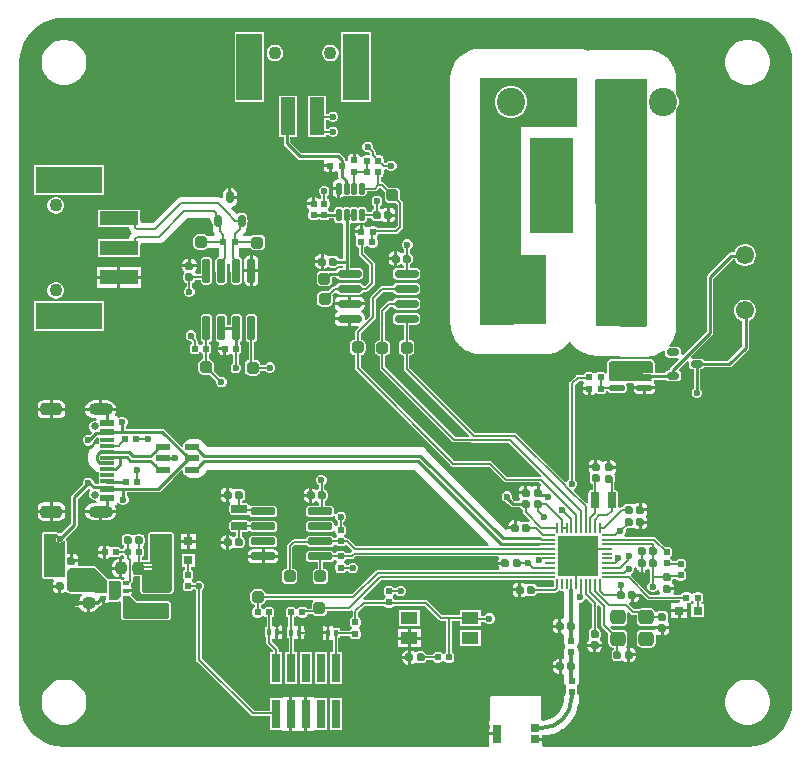
<source format=gtl>
G04*
G04 #@! TF.GenerationSoftware,Altium Limited,Altium Designer,24.4.1 (13)*
G04*
G04 Layer_Physical_Order=1*
G04 Layer_Color=255*
%FSLAX44Y44*%
%MOMM*%
G71*
G04*
G04 #@! TF.SameCoordinates,CB49997C-C3C6-4264-A903-5888FDE2464A*
G04*
G04*
G04 #@! TF.FilePolarity,Positive*
G04*
G01*
G75*
%ADD12C,0.2000*%
%ADD13C,0.2540*%
%ADD18C,0.1524*%
G04:AMPARAMS|DCode=22|XSize=0.56mm|YSize=0.32mm|CornerRadius=0.08mm|HoleSize=0mm|Usage=FLASHONLY|Rotation=0.000|XOffset=0mm|YOffset=0mm|HoleType=Round|Shape=RoundedRectangle|*
%AMROUNDEDRECTD22*
21,1,0.5600,0.1600,0,0,0.0*
21,1,0.4000,0.3200,0,0,0.0*
1,1,0.1600,0.2000,-0.0800*
1,1,0.1600,-0.2000,-0.0800*
1,1,0.1600,-0.2000,0.0800*
1,1,0.1600,0.2000,0.0800*
%
%ADD22ROUNDEDRECTD22*%
%ADD23R,0.8000X0.8000*%
%ADD24R,0.8000X0.8000*%
%ADD25R,3.5000X3.5000*%
%ADD26O,0.8500X0.2000*%
%ADD27O,0.2000X0.8500*%
G04:AMPARAMS|DCode=28|XSize=0.58mm|YSize=0.58mm|CornerRadius=0.1508mm|HoleSize=0mm|Usage=FLASHONLY|Rotation=0.000|XOffset=0mm|YOffset=0mm|HoleType=Round|Shape=RoundedRectangle|*
%AMROUNDEDRECTD28*
21,1,0.5800,0.2784,0,0,0.0*
21,1,0.2784,0.5800,0,0,0.0*
1,1,0.3016,0.1392,-0.1392*
1,1,0.3016,-0.1392,-0.1392*
1,1,0.3016,-0.1392,0.1392*
1,1,0.3016,0.1392,0.1392*
%
%ADD28ROUNDEDRECTD28*%
G04:AMPARAMS|DCode=29|XSize=1.21mm|YSize=0.59mm|CornerRadius=0.0738mm|HoleSize=0mm|Usage=FLASHONLY|Rotation=0.000|XOffset=0mm|YOffset=0mm|HoleType=Round|Shape=RoundedRectangle|*
%AMROUNDEDRECTD29*
21,1,1.2100,0.4425,0,0,0.0*
21,1,1.0625,0.5900,0,0,0.0*
1,1,0.1475,0.5313,-0.2213*
1,1,0.1475,-0.5313,-0.2213*
1,1,0.1475,-0.5313,0.2213*
1,1,0.1475,0.5313,0.2213*
%
%ADD29ROUNDEDRECTD29*%
%ADD30R,5.6000X2.2000*%
%ADD31R,3.2000X1.2000*%
%ADD32R,2.2000X5.6000*%
%ADD33R,1.2000X3.2000*%
G04:AMPARAMS|DCode=34|XSize=0.75mm|YSize=1.4mm|CornerRadius=0.1875mm|HoleSize=0mm|Usage=FLASHONLY|Rotation=180.000|XOffset=0mm|YOffset=0mm|HoleType=Round|Shape=RoundedRectangle|*
%AMROUNDEDRECTD34*
21,1,0.7500,1.0250,0,0,180.0*
21,1,0.3750,1.4000,0,0,180.0*
1,1,0.3750,-0.1875,0.5125*
1,1,0.3750,0.1875,0.5125*
1,1,0.3750,0.1875,-0.5125*
1,1,0.3750,-0.1875,-0.5125*
%
%ADD34ROUNDEDRECTD34*%
G04:AMPARAMS|DCode=35|XSize=0.75mm|YSize=1.4mm|CornerRadius=0.1875mm|HoleSize=0mm|Usage=FLASHONLY|Rotation=90.000|XOffset=0mm|YOffset=0mm|HoleType=Round|Shape=RoundedRectangle|*
%AMROUNDEDRECTD35*
21,1,0.7500,1.0250,0,0,90.0*
21,1,0.3750,1.4000,0,0,90.0*
1,1,0.3750,0.5125,0.1875*
1,1,0.3750,0.5125,-0.1875*
1,1,0.3750,-0.5125,-0.1875*
1,1,0.3750,-0.5125,0.1875*
%
%ADD35ROUNDEDRECTD35*%
%ADD36R,1.1500X0.3000*%
%ADD37R,1.1500X0.6000*%
%ADD38R,0.3500X0.6000*%
G04:AMPARAMS|DCode=39|XSize=1.07mm|YSize=2.77mm|CornerRadius=0.2515mm|HoleSize=0mm|Usage=FLASHONLY|Rotation=180.000|XOffset=0mm|YOffset=0mm|HoleType=Round|Shape=RoundedRectangle|*
%AMROUNDEDRECTD39*
21,1,1.0700,2.2671,0,0,180.0*
21,1,0.5671,2.7700,0,0,180.0*
1,1,0.5029,-0.2836,1.1336*
1,1,0.5029,0.2836,1.1336*
1,1,0.5029,0.2836,-1.1336*
1,1,0.5029,-0.2836,-1.1336*
%
%ADD39ROUNDEDRECTD39*%
G04:AMPARAMS|DCode=40|XSize=1.05mm|YSize=2.77mm|CornerRadius=0.252mm|HoleSize=0mm|Usage=FLASHONLY|Rotation=0.000|XOffset=0mm|YOffset=0mm|HoleType=Round|Shape=RoundedRectangle|*
%AMROUNDEDRECTD40*
21,1,1.0500,2.2660,0,0,0.0*
21,1,0.5460,2.7700,0,0,0.0*
1,1,0.5040,0.2730,-1.1330*
1,1,0.5040,-0.2730,-1.1330*
1,1,0.5040,-0.2730,1.1330*
1,1,0.5040,0.2730,1.1330*
%
%ADD40ROUNDEDRECTD40*%
G04:AMPARAMS|DCode=41|XSize=0.58mm|YSize=0.58mm|CornerRadius=0.1305mm|HoleSize=0mm|Usage=FLASHONLY|Rotation=180.000|XOffset=0mm|YOffset=0mm|HoleType=Round|Shape=RoundedRectangle|*
%AMROUNDEDRECTD41*
21,1,0.5800,0.3190,0,0,180.0*
21,1,0.3190,0.5800,0,0,180.0*
1,1,0.2610,-0.1595,0.1595*
1,1,0.2610,0.1595,0.1595*
1,1,0.2610,0.1595,-0.1595*
1,1,0.2610,-0.1595,-0.1595*
%
%ADD41ROUNDEDRECTD41*%
G04:AMPARAMS|DCode=42|XSize=0.58mm|YSize=0.58mm|CornerRadius=0.1305mm|HoleSize=0mm|Usage=FLASHONLY|Rotation=90.000|XOffset=0mm|YOffset=0mm|HoleType=Round|Shape=RoundedRectangle|*
%AMROUNDEDRECTD42*
21,1,0.5800,0.3190,0,0,90.0*
21,1,0.3190,0.5800,0,0,90.0*
1,1,0.2610,0.1595,0.1595*
1,1,0.2610,0.1595,-0.1595*
1,1,0.2610,-0.1595,-0.1595*
1,1,0.2610,-0.1595,0.1595*
%
%ADD42ROUNDEDRECTD42*%
G04:AMPARAMS|DCode=43|XSize=0.58mm|YSize=0.58mm|CornerRadius=0.1508mm|HoleSize=0mm|Usage=FLASHONLY|Rotation=270.000|XOffset=0mm|YOffset=0mm|HoleType=Round|Shape=RoundedRectangle|*
%AMROUNDEDRECTD43*
21,1,0.5800,0.2784,0,0,270.0*
21,1,0.2784,0.5800,0,0,270.0*
1,1,0.3016,-0.1392,-0.1392*
1,1,0.3016,-0.1392,0.1392*
1,1,0.3016,0.1392,0.1392*
1,1,0.3016,0.1392,-0.1392*
%
%ADD43ROUNDEDRECTD43*%
G04:AMPARAMS|DCode=44|XSize=1.19mm|YSize=2.22mm|CornerRadius=0.2499mm|HoleSize=0mm|Usage=FLASHONLY|Rotation=90.000|XOffset=0mm|YOffset=0mm|HoleType=Round|Shape=RoundedRectangle|*
%AMROUNDEDRECTD44*
21,1,1.1900,1.7202,0,0,90.0*
21,1,0.6902,2.2200,0,0,90.0*
1,1,0.4998,0.8601,0.3451*
1,1,0.4998,0.8601,-0.3451*
1,1,0.4998,-0.8601,-0.3451*
1,1,0.4998,-0.8601,0.3451*
%
%ADD44ROUNDEDRECTD44*%
G04:AMPARAMS|DCode=45|XSize=1.62mm|YSize=3.51mm|CornerRadius=0.2511mm|HoleSize=0mm|Usage=FLASHONLY|Rotation=180.000|XOffset=0mm|YOffset=0mm|HoleType=Round|Shape=RoundedRectangle|*
%AMROUNDEDRECTD45*
21,1,1.6200,3.0078,0,0,180.0*
21,1,1.1178,3.5100,0,0,180.0*
1,1,0.5022,-0.5589,1.5039*
1,1,0.5022,0.5589,1.5039*
1,1,0.5022,0.5589,-1.5039*
1,1,0.5022,-0.5589,-1.5039*
%
%ADD45ROUNDEDRECTD45*%
G04:AMPARAMS|DCode=46|XSize=0.95mm|YSize=1.02mm|CornerRadius=0.2423mm|HoleSize=0mm|Usage=FLASHONLY|Rotation=90.000|XOffset=0mm|YOffset=0mm|HoleType=Round|Shape=RoundedRectangle|*
%AMROUNDEDRECTD46*
21,1,0.9500,0.5355,0,0,90.0*
21,1,0.4655,1.0200,0,0,90.0*
1,1,0.4845,0.2677,0.2328*
1,1,0.4845,0.2677,-0.2328*
1,1,0.4845,-0.2677,-0.2328*
1,1,0.4845,-0.2677,0.2328*
%
%ADD46ROUNDEDRECTD46*%
G04:AMPARAMS|DCode=47|XSize=0.95mm|YSize=1.02mm|CornerRadius=0.2423mm|HoleSize=0mm|Usage=FLASHONLY|Rotation=0.000|XOffset=0mm|YOffset=0mm|HoleType=Round|Shape=RoundedRectangle|*
%AMROUNDEDRECTD47*
21,1,0.9500,0.5355,0,0,0.0*
21,1,0.4655,1.0200,0,0,0.0*
1,1,0.4845,0.2328,-0.2677*
1,1,0.4845,-0.2328,-0.2677*
1,1,0.4845,-0.2328,0.2677*
1,1,0.4845,0.2328,0.2677*
%
%ADD47ROUNDEDRECTD47*%
G04:AMPARAMS|DCode=48|XSize=0.66mm|YSize=0.7mm|CornerRadius=0.1716mm|HoleSize=0mm|Usage=FLASHONLY|Rotation=270.000|XOffset=0mm|YOffset=0mm|HoleType=Round|Shape=RoundedRectangle|*
%AMROUNDEDRECTD48*
21,1,0.6600,0.3568,0,0,270.0*
21,1,0.3168,0.7000,0,0,270.0*
1,1,0.3432,-0.1784,-0.1584*
1,1,0.3432,-0.1784,0.1584*
1,1,0.3432,0.1784,0.1584*
1,1,0.3432,0.1784,-0.1584*
%
%ADD48ROUNDEDRECTD48*%
G04:AMPARAMS|DCode=49|XSize=0.66mm|YSize=0.7mm|CornerRadius=0.1716mm|HoleSize=0mm|Usage=FLASHONLY|Rotation=0.000|XOffset=0mm|YOffset=0mm|HoleType=Round|Shape=RoundedRectangle|*
%AMROUNDEDRECTD49*
21,1,0.6600,0.3568,0,0,0.0*
21,1,0.3168,0.7000,0,0,0.0*
1,1,0.3432,0.1584,-0.1784*
1,1,0.3432,-0.1584,-0.1784*
1,1,0.3432,-0.1584,0.1784*
1,1,0.3432,0.1584,0.1784*
%
%ADD49ROUNDEDRECTD49*%
G04:AMPARAMS|DCode=50|XSize=1.19mm|YSize=1.29mm|CornerRadius=0.2499mm|HoleSize=0mm|Usage=FLASHONLY|Rotation=270.000|XOffset=0mm|YOffset=0mm|HoleType=Round|Shape=RoundedRectangle|*
%AMROUNDEDRECTD50*
21,1,1.1900,0.7902,0,0,270.0*
21,1,0.6902,1.2900,0,0,270.0*
1,1,0.4998,-0.3951,-0.3451*
1,1,0.4998,-0.3951,0.3451*
1,1,0.4998,0.3951,0.3451*
1,1,0.4998,0.3951,-0.3451*
%
%ADD50ROUNDEDRECTD50*%
%ADD51R,0.7600X2.4000*%
G04:AMPARAMS|DCode=52|XSize=1.02mm|YSize=0.46mm|CornerRadius=0.1196mm|HoleSize=0mm|Usage=FLASHONLY|Rotation=270.000|XOffset=0mm|YOffset=0mm|HoleType=Round|Shape=RoundedRectangle|*
%AMROUNDEDRECTD52*
21,1,1.0200,0.2208,0,0,270.0*
21,1,0.7808,0.4600,0,0,270.0*
1,1,0.2392,-0.1104,-0.3904*
1,1,0.2392,-0.1104,0.3904*
1,1,0.2392,0.1104,0.3904*
1,1,0.2392,0.1104,-0.3904*
%
%ADD52ROUNDEDRECTD52*%
G04:AMPARAMS|DCode=53|XSize=1.03mm|YSize=0.6mm|CornerRadius=0.15mm|HoleSize=0mm|Usage=FLASHONLY|Rotation=90.000|XOffset=0mm|YOffset=0mm|HoleType=Round|Shape=RoundedRectangle|*
%AMROUNDEDRECTD53*
21,1,1.0300,0.3000,0,0,90.0*
21,1,0.7300,0.6000,0,0,90.0*
1,1,0.3000,0.1500,0.3650*
1,1,0.3000,0.1500,-0.3650*
1,1,0.3000,-0.1500,-0.3650*
1,1,0.3000,-0.1500,0.3650*
%
%ADD53ROUNDEDRECTD53*%
G04:AMPARAMS|DCode=54|XSize=1.03mm|YSize=0.6mm|CornerRadius=0.15mm|HoleSize=0mm|Usage=FLASHONLY|Rotation=0.000|XOffset=0mm|YOffset=0mm|HoleType=Round|Shape=RoundedRectangle|*
%AMROUNDEDRECTD54*
21,1,1.0300,0.3000,0,0,0.0*
21,1,0.7300,0.6000,0,0,0.0*
1,1,0.3000,0.3650,-0.1500*
1,1,0.3000,-0.3650,-0.1500*
1,1,0.3000,-0.3650,0.1500*
1,1,0.3000,0.3650,0.1500*
%
%ADD54ROUNDEDRECTD54*%
G04:AMPARAMS|DCode=55|XSize=1.29mm|YSize=0.59mm|CornerRadius=0.1505mm|HoleSize=0mm|Usage=FLASHONLY|Rotation=180.000|XOffset=0mm|YOffset=0mm|HoleType=Round|Shape=RoundedRectangle|*
%AMROUNDEDRECTD55*
21,1,1.2900,0.2891,0,0,180.0*
21,1,0.9891,0.5900,0,0,180.0*
1,1,0.3009,-0.4946,0.1446*
1,1,0.3009,0.4946,0.1446*
1,1,0.3009,0.4946,-0.1446*
1,1,0.3009,-0.4946,-0.1446*
%
%ADD55ROUNDEDRECTD55*%
%ADD56R,1.4500X1.0000*%
G04:AMPARAMS|DCode=57|XSize=2.07mm|YSize=0.63mm|CornerRadius=0.1606mm|HoleSize=0mm|Usage=FLASHONLY|Rotation=180.000|XOffset=0mm|YOffset=0mm|HoleType=Round|Shape=RoundedRectangle|*
%AMROUNDEDRECTD57*
21,1,2.0700,0.3087,0,0,180.0*
21,1,1.7487,0.6300,0,0,180.0*
1,1,0.3213,-0.8743,0.1544*
1,1,0.3213,0.8743,0.1544*
1,1,0.3213,0.8743,-0.1544*
1,1,0.3213,-0.8743,-0.1544*
%
%ADD57ROUNDEDRECTD57*%
G04:AMPARAMS|DCode=58|XSize=2.07mm|YSize=0.63mm|CornerRadius=0.1606mm|HoleSize=0mm|Usage=FLASHONLY|Rotation=270.000|XOffset=0mm|YOffset=0mm|HoleType=Round|Shape=RoundedRectangle|*
%AMROUNDEDRECTD58*
21,1,2.0700,0.3087,0,0,270.0*
21,1,1.7487,0.6300,0,0,270.0*
1,1,0.3213,-0.1544,-0.8743*
1,1,0.3213,-0.1544,0.8743*
1,1,0.3213,0.1544,0.8743*
1,1,0.3213,0.1544,-0.8743*
%
%ADD58ROUNDEDRECTD58*%
G04:AMPARAMS|DCode=59|XSize=2.01mm|YSize=0.66mm|CornerRadius=0.1716mm|HoleSize=0mm|Usage=FLASHONLY|Rotation=180.000|XOffset=0mm|YOffset=0mm|HoleType=Round|Shape=RoundedRectangle|*
%AMROUNDEDRECTD59*
21,1,2.0100,0.3168,0,0,180.0*
21,1,1.6668,0.6600,0,0,180.0*
1,1,0.3432,-0.8334,0.1584*
1,1,0.3432,0.8334,0.1584*
1,1,0.3432,0.8334,-0.1584*
1,1,0.3432,-0.8334,-0.1584*
%
%ADD59ROUNDEDRECTD59*%
%ADD60R,0.8000X0.6500*%
%ADD61R,0.8000X1.6000*%
%ADD111C,1.5494*%
%ADD113C,0.3213*%
%ADD114R,1.0000X1.0000*%
G04:AMPARAMS|DCode=115|XSize=1mm|YSize=1mm|CornerRadius=0.25mm|HoleSize=0mm|Usage=FLASHONLY|Rotation=270.000|XOffset=0mm|YOffset=0mm|HoleType=Round|Shape=RoundedRectangle|*
%AMROUNDEDRECTD115*
21,1,1.0000,0.5000,0,0,270.0*
21,1,0.5000,1.0000,0,0,270.0*
1,1,0.5000,-0.2500,-0.2500*
1,1,0.5000,-0.2500,0.2500*
1,1,0.5000,0.2500,0.2500*
1,1,0.5000,0.2500,-0.2500*
%
%ADD115ROUNDEDRECTD115*%
G04:AMPARAMS|DCode=116|XSize=1mm|YSize=1mm|CornerRadius=0.25mm|HoleSize=0mm|Usage=FLASHONLY|Rotation=0.000|XOffset=0mm|YOffset=0mm|HoleType=Round|Shape=RoundedRectangle|*
%AMROUNDEDRECTD116*
21,1,1.0000,0.5000,0,0,0.0*
21,1,0.5000,1.0000,0,0,0.0*
1,1,0.5000,0.2500,-0.2500*
1,1,0.5000,-0.2500,-0.2500*
1,1,0.5000,-0.2500,0.2500*
1,1,0.5000,0.2500,0.2500*
%
%ADD116ROUNDEDRECTD116*%
%ADD117C,0.2849*%
%ADD118C,0.1520*%
%ADD119C,0.1540*%
%ADD120C,0.3000*%
%ADD121C,0.2021*%
%ADD122C,0.3210*%
%ADD123C,0.1750*%
%ADD124C,0.2607*%
%ADD125C,2.4000*%
%ADD126R,1.8000X1.8000*%
%ADD127C,1.8000*%
%ADD128C,1.1000*%
%ADD129C,0.6500*%
%ADD130O,2.1000X1.0000*%
G04:AMPARAMS|DCode=131|XSize=1.8mm|YSize=1mm|CornerRadius=0.25mm|HoleSize=0mm|Usage=FLASHONLY|Rotation=0.000|XOffset=0mm|YOffset=0mm|HoleType=Round|Shape=RoundedRectangle|*
%AMROUNDEDRECTD131*
21,1,1.8000,0.5000,0,0,0.0*
21,1,1.3000,1.0000,0,0,0.0*
1,1,0.5000,0.6500,-0.2500*
1,1,0.5000,-0.6500,-0.2500*
1,1,0.5000,-0.6500,0.2500*
1,1,0.5000,0.6500,0.2500*
%
%ADD131ROUNDEDRECTD131*%
%ADD132C,0.6000*%
%ADD133C,0.6096*%
G36*
X878919Y1032619D02*
X884692Y1031233D01*
X890177Y1028961D01*
X895239Y1025859D01*
X899753Y1022003D01*
X903609Y1017489D01*
X906711Y1012427D01*
X908983Y1006942D01*
X910369Y1001169D01*
X910824Y995379D01*
X910799Y995250D01*
Y453500D01*
X910824Y453371D01*
X910369Y447581D01*
X908983Y441809D01*
X906711Y436324D01*
X903609Y431261D01*
X899753Y426747D01*
X895239Y422891D01*
X890177Y419789D01*
X884692Y417517D01*
X878919Y416131D01*
X873129Y415676D01*
X873000Y415701D01*
X700603D01*
X699290Y416210D01*
Y420730D01*
X692750D01*
Y423270D01*
X699290D01*
Y425234D01*
X703206Y425542D01*
X703551Y425639D01*
X703909Y425654D01*
X708055Y426649D01*
X708380Y426799D01*
X708732Y426869D01*
X712671Y428500D01*
X712969Y428699D01*
X713305Y428824D01*
X716940Y431051D01*
X717204Y431295D01*
X717516Y431470D01*
X720758Y434239D01*
X720980Y434520D01*
X721262Y434742D01*
X724030Y437984D01*
X724205Y438297D01*
X724449Y438560D01*
X726676Y442195D01*
X726801Y442531D01*
X727000Y442829D01*
X728631Y446768D01*
X728701Y447120D01*
X728851Y447445D01*
X729846Y451591D01*
X729860Y451949D01*
X729958Y452294D01*
X730292Y456544D01*
X730271Y456723D01*
X730306Y456900D01*
X730168Y457593D01*
Y457785D01*
X730112Y458071D01*
X730084Y458302D01*
X730055Y458353D01*
X730038Y458443D01*
X729964Y458620D01*
X729961Y458636D01*
X729952Y458649D01*
X729360Y460078D01*
X728988Y460636D01*
X728483Y461140D01*
Y463336D01*
X728750Y464750D01*
X728750D01*
X728750Y464750D01*
Y467626D01*
X728988Y467864D01*
X729360Y468422D01*
X730038Y470057D01*
X730168Y470715D01*
Y471162D01*
X730256Y471600D01*
Y483500D01*
X730168Y483938D01*
Y484385D01*
X730038Y485043D01*
X730006Y485120D01*
Y495750D01*
X729918Y496188D01*
Y496635D01*
X729788Y497293D01*
X729110Y498928D01*
X728737Y499486D01*
X728737Y499486D01*
X728483Y499740D01*
Y501360D01*
X728737Y501614D01*
X729110Y502172D01*
X729788Y503807D01*
X729918Y504465D01*
Y504912D01*
X730006Y505350D01*
Y517152D01*
X730018Y517215D01*
Y517662D01*
X730105Y518100D01*
Y537699D01*
X731857D01*
X733520Y538388D01*
X734792Y539660D01*
X735147Y540517D01*
X736889Y540931D01*
X741169Y536651D01*
Y516029D01*
X740452Y515886D01*
X739380Y515170D01*
X738664Y514098D01*
X738412Y512834D01*
Y509666D01*
X738664Y508402D01*
X738736Y508294D01*
X738648Y506402D01*
X737707Y504995D01*
X737377Y503334D01*
Y503020D01*
X743500D01*
X749623D01*
Y503334D01*
X749293Y504995D01*
X748352Y506402D01*
X748264Y508294D01*
X748336Y508402D01*
X748587Y509666D01*
Y512834D01*
X748336Y514098D01*
X747620Y515170D01*
X746548Y515886D01*
X745831Y516029D01*
Y535148D01*
X747239Y535731D01*
X749169Y533801D01*
Y518777D01*
X749347Y517885D01*
X749852Y517128D01*
X755186Y511794D01*
X754969Y510705D01*
Y503803D01*
X755282Y502234D01*
X756171Y500903D01*
X757502Y500014D01*
X759071Y499701D01*
X759422D01*
X759614Y499154D01*
X759675Y498177D01*
X758832Y497614D01*
X758116Y496543D01*
X757865Y495278D01*
Y491710D01*
X758116Y490446D01*
X758832Y489375D01*
X759904Y488658D01*
X761168Y488407D01*
X764336D01*
X765600Y488658D01*
X765708Y488730D01*
X767600Y488642D01*
X769008Y487701D01*
X770668Y487371D01*
X770982D01*
Y493494D01*
Y499618D01*
X770668D01*
X770119Y500505D01*
X769959Y501031D01*
X770763Y502234D01*
X771075Y503803D01*
Y510705D01*
X770763Y512275D01*
X769874Y513606D01*
X768543Y514495D01*
X766973Y514807D01*
X759071D01*
X758816Y514757D01*
X756568Y517004D01*
X757502Y518214D01*
X759071Y517902D01*
X766973D01*
X768543Y518214D01*
X769874Y519103D01*
X770763Y520434D01*
X771075Y522003D01*
Y528905D01*
X770996Y529302D01*
X772401Y530053D01*
X774532Y527922D01*
X775288Y527417D01*
X776180Y527239D01*
X779169D01*
Y522003D01*
X779482Y520434D01*
X780371Y519103D01*
X781702Y518214D01*
X783271Y517902D01*
X791173D01*
X792743Y518214D01*
X793211Y518526D01*
X794154Y518065D01*
X794627Y517640D01*
Y517520D01*
X800750D01*
X806873D01*
Y517834D01*
X806543Y519495D01*
X805602Y520902D01*
X805514Y522794D01*
X805586Y522902D01*
X805837Y524166D01*
Y527334D01*
X805586Y528598D01*
X804870Y529670D01*
X803798Y530386D01*
X802534Y530638D01*
X798966D01*
X797702Y530386D01*
X796630Y529670D01*
X795048Y530046D01*
X794963Y530475D01*
X794074Y531806D01*
X792743Y532695D01*
X791173Y533007D01*
X783271D01*
X781702Y532695D01*
X780513Y531901D01*
X777145D01*
X772427Y536619D01*
X773178Y538023D01*
X773916Y537877D01*
X774230D01*
Y544000D01*
X775500D01*
Y545270D01*
X782377D01*
X782947Y545506D01*
X788102Y540352D01*
X788858Y539847D01*
X789750Y539669D01*
X815644D01*
X816007Y539064D01*
X815144Y537540D01*
X808460D01*
Y532270D01*
X821540D01*
Y537521D01*
X822745D01*
X823849Y537740D01*
X824785Y538365D01*
X825151Y538913D01*
X825209Y538935D01*
X826556Y538991D01*
X826661Y538963D01*
X827287Y538041D01*
X826652Y536524D01*
X825476D01*
Y525476D01*
X836524D01*
Y536524D01*
X834230D01*
X833768Y538048D01*
X834328Y538422D01*
X834998Y539425D01*
X835233Y540608D01*
Y543392D01*
X834998Y544575D01*
X834328Y545578D01*
X833325Y546248D01*
X832142Y546483D01*
X829358D01*
X828175Y546248D01*
X827172Y545578D01*
X826844Y545087D01*
X826556Y545009D01*
X825209Y545065D01*
X825151Y545087D01*
X824785Y545635D01*
X823849Y546260D01*
X822745Y546479D01*
X819555D01*
X818451Y546260D01*
X817515Y545635D01*
X816890Y544699D01*
X816817Y544331D01*
X810840D01*
X810025Y545855D01*
X810293Y546255D01*
X810623Y547916D01*
Y548230D01*
X804500D01*
Y550770D01*
X810623D01*
Y551084D01*
X810293Y552745D01*
X809352Y554152D01*
X809264Y556044D01*
X809336Y556152D01*
X809587Y557416D01*
Y557544D01*
X812673D01*
X812922Y557172D01*
X813925Y556502D01*
X815108Y556267D01*
X817892D01*
X819075Y556502D01*
X820078Y557172D01*
X820748Y558175D01*
X820983Y559358D01*
Y562142D01*
X820748Y563325D01*
X820078Y564328D01*
X819587Y564656D01*
X819509Y564944D01*
X819565Y566291D01*
X819587Y566349D01*
X820135Y566715D01*
X820760Y567651D01*
X820979Y568755D01*
Y571945D01*
X820760Y573049D01*
X820135Y573985D01*
X819199Y574610D01*
X818095Y574829D01*
X814905D01*
X813801Y574610D01*
X812865Y573985D01*
X812253Y573069D01*
X808885D01*
X808760Y573701D01*
X808090Y574704D01*
X807599Y575032D01*
X807521Y575320D01*
X807576Y576667D01*
X807599Y576726D01*
X808146Y577092D01*
X808772Y578027D01*
X808991Y579131D01*
Y582321D01*
X808772Y583425D01*
X808146Y584361D01*
X807210Y584986D01*
X806107Y585206D01*
X803328D01*
X795748Y592786D01*
X794992Y593292D01*
X794100Y593469D01*
X769272D01*
X768641Y594993D01*
X769085Y595437D01*
X769774Y597100D01*
Y598900D01*
X769681Y599124D01*
X771223Y600665D01*
X774090D01*
X775354Y600916D01*
X775461Y600988D01*
X777353Y600900D01*
X778761Y599959D01*
X780422Y599629D01*
X780736D01*
Y605752D01*
X782006D01*
Y607022D01*
X787929D01*
Y607536D01*
X787599Y609197D01*
X786658Y610605D01*
X787134Y612120D01*
X787643Y612882D01*
X787973Y614542D01*
Y615056D01*
X782050D01*
Y616326D01*
X780780D01*
Y622450D01*
X780466D01*
X778805Y622119D01*
X777397Y621179D01*
X775505Y621090D01*
X775398Y621162D01*
X774134Y621414D01*
X770966D01*
X769702Y621162D01*
X768630Y620446D01*
X767914Y619374D01*
X767773Y618665D01*
X766550D01*
X765655Y618487D01*
X764896Y617980D01*
X764571Y618028D01*
X763294Y619423D01*
Y629673D01*
X763030Y630999D01*
X762279Y632124D01*
X761155Y632875D01*
X760285Y633048D01*
Y639374D01*
X760212Y639737D01*
X760358Y639956D01*
X760610Y641220D01*
Y644388D01*
X760358Y645652D01*
X760286Y645760D01*
X760375Y647652D01*
X761315Y649060D01*
X761646Y650720D01*
Y651034D01*
X755522D01*
Y652304D01*
X754252D01*
Y658228D01*
X753738D01*
X752078Y657897D01*
X750670Y656957D01*
X749144Y657417D01*
X748045Y658151D01*
X746384Y658482D01*
X745870D01*
Y652558D01*
X744600D01*
Y651288D01*
X738477D01*
Y650974D01*
X738807Y649314D01*
X739748Y647906D01*
X739836Y646014D01*
X739764Y645906D01*
X739513Y644642D01*
Y641474D01*
X739764Y640210D01*
X740480Y639138D01*
X741552Y638422D01*
X741839Y638365D01*
Y633139D01*
X741579D01*
X740252Y632875D01*
X739128Y632124D01*
X738377Y630999D01*
X738113Y629673D01*
Y622338D01*
X736589Y621707D01*
X726017Y632280D01*
X726374Y634077D01*
X726813Y634259D01*
X728085Y635531D01*
X728774Y637194D01*
Y638994D01*
X728085Y640657D01*
X726813Y641929D01*
X726581Y642025D01*
Y722285D01*
X730013Y725717D01*
X733564D01*
X734331Y724905D01*
X734533Y723367D01*
X733683Y722095D01*
X733385Y720595D01*
Y720270D01*
X738900D01*
Y719000D01*
X740170D01*
Y713485D01*
X740495D01*
X741995Y713783D01*
X743267Y714633D01*
X743442Y714894D01*
X743777Y715014D01*
X745394Y715107D01*
X745925Y714752D01*
X747108Y714517D01*
X749892D01*
X751075Y714752D01*
X752078Y715422D01*
X752748Y716425D01*
X752849Y716931D01*
X754779D01*
X754786Y716897D01*
X755455Y715895D01*
X756457Y715226D01*
X757638Y714991D01*
X767529D01*
X768711Y715226D01*
X769713Y715895D01*
X770382Y716897D01*
X770617Y718079D01*
Y720969D01*
X770382Y722151D01*
X770207Y722414D01*
X771021Y723938D01*
X776025D01*
X776873Y722633D01*
X776902Y722414D01*
X776615Y720969D01*
Y720794D01*
X794753D01*
Y720969D01*
X794439Y722548D01*
X793816Y723480D01*
X793546Y723909D01*
X793564Y725219D01*
X793664Y725462D01*
X793749Y725582D01*
X793921Y725754D01*
X793985Y725907D01*
X795345Y726521D01*
X795507Y726538D01*
X803857D01*
X804170Y726070D01*
X805170Y725402D01*
X806350Y725167D01*
X813650D01*
X814830Y725402D01*
X815830Y726070D01*
X816498Y727070D01*
X816733Y728250D01*
Y731250D01*
X816498Y732430D01*
X815830Y733430D01*
X815101Y733917D01*
X814752Y735092D01*
X814706Y735677D01*
X821731Y742703D01*
X822019Y742647D01*
X823267Y741250D01*
Y738250D01*
X823502Y737070D01*
X824170Y736070D01*
X825170Y735402D01*
X826350Y735167D01*
X827276D01*
Y718924D01*
X826290Y717938D01*
X825601Y716275D01*
Y714475D01*
X826290Y712812D01*
X827562Y711540D01*
X829225Y710851D01*
X831025D01*
X832688Y711540D01*
X833960Y712812D01*
X834649Y714475D01*
Y716275D01*
X833960Y717938D01*
X832974Y718924D01*
Y735167D01*
X833650D01*
X834830Y735402D01*
X835830Y736070D01*
X836386Y736901D01*
X857500D01*
X857500Y736901D01*
X858590Y737118D01*
X859514Y737736D01*
X873264Y751486D01*
X873264Y751486D01*
X873882Y752410D01*
X874099Y753500D01*
X874099Y753500D01*
Y776306D01*
X874493Y776412D01*
X876607Y777632D01*
X878333Y779358D01*
X879554Y781472D01*
X880185Y783830D01*
Y786272D01*
X879554Y788629D01*
X878333Y790743D01*
X876607Y792470D01*
X874493Y793690D01*
X872135Y794322D01*
X869694D01*
X867336Y793690D01*
X865222Y792470D01*
X863496Y790743D01*
X862275Y788629D01*
X861643Y786272D01*
Y783830D01*
X862275Y781472D01*
X863496Y779358D01*
X865222Y777632D01*
X867336Y776412D01*
X868401Y776126D01*
Y754680D01*
X856320Y742599D01*
X836386D01*
X835830Y743430D01*
X834830Y744099D01*
X833650Y744333D01*
X826350D01*
X824953Y745581D01*
X824897Y745869D01*
X843264Y764236D01*
X843264Y764236D01*
X843882Y765160D01*
X844099Y766250D01*
X844099Y766250D01*
Y812070D01*
X860537Y828509D01*
X862263D01*
X862275Y828463D01*
X863496Y826348D01*
X865222Y824622D01*
X867336Y823402D01*
X869694Y822770D01*
X872135D01*
X874493Y823402D01*
X876607Y824622D01*
X878333Y826348D01*
X879554Y828463D01*
X880185Y830820D01*
Y833261D01*
X879554Y835619D01*
X878333Y837734D01*
X876607Y839460D01*
X874493Y840680D01*
X872135Y841312D01*
X869694D01*
X867336Y840680D01*
X865222Y839460D01*
X863496Y837734D01*
X862275Y835619D01*
X861897Y834206D01*
X859358D01*
X859357Y834206D01*
X858267Y833989D01*
X857343Y833372D01*
X857343Y833372D01*
X839236Y815264D01*
X838618Y814340D01*
X838401Y813250D01*
X838401Y813250D01*
Y767430D01*
X818055Y747084D01*
X816651Y747835D01*
X816733Y748250D01*
Y751250D01*
X816498Y752430D01*
X815830Y753430D01*
X814830Y754099D01*
X813650Y754333D01*
X807299D01*
X806578Y755857D01*
X806736Y756050D01*
X808229Y757827D01*
X808297Y757952D01*
X808387Y758062D01*
X809482Y760109D01*
X810599Y762144D01*
X810642Y762280D01*
X810709Y762405D01*
X811382Y764626D01*
X812081Y766840D01*
X812097Y766982D01*
X812138Y767118D01*
X812366Y769426D01*
X812619Y771735D01*
X812607Y771877D01*
X812621Y772019D01*
Y954830D01*
X813602Y956530D01*
X814524Y959969D01*
Y963531D01*
X813602Y966970D01*
X812621Y968670D01*
Y980750D01*
X812138Y985651D01*
X810709Y990363D01*
X808387Y994706D01*
X805263Y998513D01*
X801457Y1001637D01*
X797113Y1003959D01*
X792401Y1005388D01*
X787500Y1005871D01*
X744930D01*
X744906Y1005869D01*
X744882Y1005871D01*
X742450Y1005627D01*
X740029Y1005388D01*
X740006Y1005381D01*
X739982Y1005379D01*
X737950Y1004758D01*
X733401Y1006138D01*
X728500Y1006621D01*
X646500D01*
X641599Y1006138D01*
X636887Y1004709D01*
X632543Y1002387D01*
X628737Y999263D01*
X625613Y995456D01*
X623291Y991113D01*
X621862Y986401D01*
X621379Y981500D01*
Y774022D01*
X621382Y773988D01*
X621379Y773952D01*
X621624Y771532D01*
X621862Y769121D01*
X621872Y769088D01*
X621875Y769053D01*
X622587Y766730D01*
X623291Y764409D01*
X623308Y764378D01*
X623318Y764344D01*
X624468Y762208D01*
X625613Y760066D01*
X625635Y760039D01*
X625652Y760008D01*
X627194Y758139D01*
X628737Y756259D01*
X628764Y756237D01*
X628786Y756210D01*
X629867Y755135D01*
X629894Y755113D01*
X629916Y755086D01*
X631804Y753554D01*
X633682Y752022D01*
X633713Y752005D01*
X633740Y751983D01*
X635890Y750849D01*
X638032Y749712D01*
X638065Y749702D01*
X638096Y749686D01*
X640425Y748994D01*
X642748Y748296D01*
X642783Y748292D01*
X642817Y748283D01*
X645231Y748058D01*
X647651Y747827D01*
X647685Y747830D01*
X647720Y747827D01*
X702140Y748129D01*
X704520Y748377D01*
X706901Y748612D01*
X706968Y748632D01*
X707038Y748639D01*
X709323Y749346D01*
X711613Y750041D01*
X711675Y750074D01*
X711742Y750095D01*
X713846Y751235D01*
X715956Y752363D01*
X716011Y752407D01*
X716072Y752440D01*
X717913Y753969D01*
X719763Y755487D01*
X719808Y755541D01*
X719862Y755586D01*
X721369Y757443D01*
X721907Y758099D01*
X722531Y758226D01*
X723066Y758190D01*
X723764Y757960D01*
X723819Y757858D01*
X725178Y756216D01*
X726494Y754537D01*
X726746Y754320D01*
X726958Y754064D01*
X728612Y752717D01*
X730229Y751328D01*
X730519Y751164D01*
X730777Y750954D01*
X732661Y749956D01*
X734519Y748909D01*
X734835Y748805D01*
X735129Y748650D01*
X737171Y748038D01*
X739198Y747374D01*
X739528Y747334D01*
X739847Y747238D01*
X741970Y747037D01*
X744086Y746780D01*
X785844Y745839D01*
X785985Y745849D01*
X786127Y745834D01*
X788442Y746036D01*
X790754Y746211D01*
X790891Y746249D01*
X791033Y746261D01*
X793262Y746910D01*
X795498Y747533D01*
X795625Y747598D01*
X795761Y747637D01*
X797819Y748708D01*
X799892Y749756D01*
X800004Y749844D01*
X800130Y749910D01*
X801743Y751203D01*
X802396Y751053D01*
X803267Y750465D01*
Y748250D01*
X803501Y747070D01*
X804170Y746070D01*
X805170Y745402D01*
X806350Y745167D01*
X813650D01*
X814065Y745249D01*
X814816Y743845D01*
X808058Y737086D01*
X807440Y736162D01*
X807223Y735072D01*
X806062Y734276D01*
X805170Y734099D01*
X804170Y733430D01*
X803501Y732430D01*
X803463Y732236D01*
X794327D01*
X794327Y740072D01*
X794327Y740473D01*
X794201Y740776D01*
X794201Y741105D01*
X793895Y741845D01*
X793662Y742077D01*
X793537Y742380D01*
X792970Y742947D01*
X792667Y743073D01*
X792435Y743305D01*
X791694Y743611D01*
X791366Y743611D01*
X791063Y743737D01*
X790663Y743737D01*
X790663Y743737D01*
X757587Y743737D01*
X757207Y743737D01*
X756904Y743611D01*
X756576D01*
X755874Y743321D01*
X755642Y743089D01*
X755339Y742963D01*
X754802Y742426D01*
X754676Y742123D01*
X754444Y741891D01*
X754153Y741189D01*
Y740860D01*
X754028Y740557D01*
X754028Y740177D01*
Y732108D01*
X752504Y731691D01*
X752078Y732328D01*
X751075Y732998D01*
X749892Y733233D01*
X747108D01*
X745925Y732998D01*
X744922Y732328D01*
X744594Y731837D01*
X744306Y731759D01*
X742959Y731815D01*
X742900Y731837D01*
X742534Y732385D01*
X741599Y733010D01*
X740495Y733229D01*
X737305D01*
X736201Y733010D01*
X735265Y732385D01*
X734640Y731449D01*
X734427Y730379D01*
X729048D01*
X728156Y730201D01*
X727400Y729696D01*
X722602Y724898D01*
X722097Y724142D01*
X721919Y723250D01*
Y642025D01*
X721687Y641929D01*
X720415Y640657D01*
X720233Y640218D01*
X718436Y639861D01*
X677648Y680648D01*
X676892Y681153D01*
X676000Y681331D01*
X641965D01*
X586581Y736715D01*
Y746897D01*
X586750D01*
X588320Y747209D01*
X589651Y748099D01*
X590541Y749430D01*
X590853Y751000D01*
Y756000D01*
X590541Y757570D01*
X589651Y758901D01*
X588320Y759790D01*
X586750Y760103D01*
X586581D01*
Y773013D01*
X592584D01*
X593848Y773264D01*
X594920Y773980D01*
X595636Y775052D01*
X595887Y776316D01*
Y779484D01*
X595636Y780748D01*
X594920Y781820D01*
X593848Y782536D01*
X592584Y782787D01*
X575916D01*
X574652Y782536D01*
X573580Y781820D01*
X572864Y780748D01*
X572612Y779484D01*
Y776316D01*
X572864Y775052D01*
X573580Y773980D01*
X574652Y773264D01*
X575916Y773013D01*
X581919D01*
Y760103D01*
X581750D01*
X580180Y759790D01*
X578849Y758901D01*
X577960Y757570D01*
X577647Y756000D01*
Y751000D01*
X577960Y749430D01*
X578849Y748099D01*
X580180Y747209D01*
X581750Y746897D01*
X581919D01*
Y735750D01*
X582097Y734858D01*
X582602Y734102D01*
X637315Y679389D01*
X636731Y677981D01*
X625815D01*
X566081Y737715D01*
Y746647D01*
X566250D01*
X567820Y746960D01*
X569151Y747849D01*
X570041Y749180D01*
X570353Y750750D01*
Y755750D01*
X570041Y757320D01*
X569151Y758651D01*
X567820Y759540D01*
X566250Y759853D01*
X566081D01*
Y783535D01*
X570772Y788226D01*
X572770D01*
X572864Y787752D01*
X573580Y786680D01*
X574652Y785964D01*
X575916Y785713D01*
X592584D01*
X593848Y785964D01*
X594920Y786680D01*
X595636Y787752D01*
X595887Y789016D01*
Y792184D01*
X595636Y793448D01*
X594920Y794520D01*
X593848Y795236D01*
X592584Y795488D01*
X575916D01*
X574652Y795236D01*
X573580Y794520D01*
X572864Y793448D01*
X572752Y792887D01*
X569807D01*
X568915Y792710D01*
X568159Y792205D01*
X562102Y786148D01*
X561597Y785392D01*
X561419Y784500D01*
Y759853D01*
X561250D01*
X559680Y759540D01*
X558349Y758651D01*
X557459Y757320D01*
X557147Y755750D01*
Y750750D01*
X557459Y749180D01*
X558349Y747849D01*
X559680Y746960D01*
X561250Y746647D01*
X561419D01*
Y736750D01*
X561597Y735858D01*
X562102Y735102D01*
X623202Y674002D01*
X623958Y673497D01*
X624850Y673319D01*
X638664D01*
X639540Y673145D01*
X671059D01*
X698522Y645681D01*
X697810Y644307D01*
X697776Y644273D01*
X669056D01*
X656431Y656898D01*
X655675Y657403D01*
X654783Y657581D01*
X624715D01*
X545331Y736965D01*
Y747147D01*
X545500D01*
X547070Y747459D01*
X548401Y748349D01*
X549291Y749680D01*
X549603Y751250D01*
Y756250D01*
X549291Y757820D01*
X548401Y759151D01*
X547070Y760041D01*
X545500Y760353D01*
X545331D01*
Y765535D01*
X557648Y777852D01*
X558153Y778608D01*
X558331Y779500D01*
Y794535D01*
X564766Y800969D01*
X572761D01*
X572864Y800452D01*
X573580Y799380D01*
X574652Y798664D01*
X575916Y798413D01*
X592584D01*
X593848Y798664D01*
X594920Y799380D01*
X595636Y800452D01*
X595887Y801716D01*
Y804884D01*
X595636Y806148D01*
X594920Y807220D01*
X593848Y807936D01*
X592584Y808187D01*
X575916D01*
X574652Y807936D01*
X573580Y807220D01*
X572864Y806148D01*
X572761Y805631D01*
X563800D01*
X562908Y805453D01*
X562152Y804948D01*
X554352Y797148D01*
X553847Y796392D01*
X553669Y795500D01*
Y780465D01*
X550247Y777044D01*
X548723Y777675D01*
Y779484D01*
X548393Y781145D01*
X547452Y782552D01*
X546091Y783462D01*
X546045Y783748D01*
Y784752D01*
X546091Y785038D01*
X547452Y785948D01*
X548393Y787355D01*
X548723Y789016D01*
Y789330D01*
X536050D01*
Y790600D01*
D01*
Y789330D01*
X523377D01*
Y789016D01*
X523707Y787355D01*
X524648Y785948D01*
X526009Y785038D01*
X526055Y784752D01*
Y783748D01*
X526009Y783462D01*
X524648Y782552D01*
X523707Y781145D01*
X523377Y779484D01*
Y779170D01*
X536050D01*
Y777900D01*
X537320D01*
Y771977D01*
X543025D01*
X543656Y770453D01*
X541352Y768148D01*
X540847Y767392D01*
X540669Y766500D01*
Y760353D01*
X540500D01*
X538930Y760041D01*
X537599Y759151D01*
X536710Y757820D01*
X536397Y756250D01*
Y751250D01*
X536710Y749680D01*
X537599Y748349D01*
X538930Y747459D01*
X540500Y747147D01*
X540669D01*
Y736000D01*
X540847Y735108D01*
X541352Y734352D01*
X622102Y653602D01*
X622858Y653097D01*
X623750Y652919D01*
X653817D01*
X666442Y640294D01*
X667199Y639789D01*
X668091Y639611D01*
X696826D01*
X698439Y637999D01*
X697688Y636594D01*
X697450Y636642D01*
X696936D01*
Y630718D01*
X694396D01*
Y636642D01*
X693882D01*
X692221Y636311D01*
X690813Y635371D01*
X690155D01*
X690104Y635447D01*
X688696Y636387D01*
X687036Y636718D01*
X686522D01*
Y630794D01*
X685252D01*
Y629524D01*
X679128D01*
Y629210D01*
X679459Y627550D01*
X680399Y626142D01*
X680422Y625665D01*
X678982Y624143D01*
X675651D01*
X674787Y625007D01*
X674689Y625153D01*
X674689Y625153D01*
X673618Y626224D01*
X673774Y626600D01*
Y628400D01*
X673085Y630063D01*
X671813Y631335D01*
X670150Y632024D01*
X668350D01*
X666687Y631335D01*
X665415Y630063D01*
X664726Y628400D01*
Y626600D01*
X665415Y624937D01*
X666687Y623665D01*
X668350Y622976D01*
X668809D01*
X670563Y621222D01*
X670661Y621076D01*
X672457Y619280D01*
X672457Y619280D01*
X673381Y618662D01*
X674471Y618446D01*
X680416D01*
X681132Y617374D01*
X682204Y616658D01*
X682919Y616516D01*
Y614250D01*
X683097Y613358D01*
X683602Y612602D01*
X688555Y607648D01*
X687805Y606244D01*
X687334Y606338D01*
X684166D01*
X682902Y606086D01*
X682794Y606014D01*
X680902Y606102D01*
X679495Y607043D01*
X677834Y607373D01*
X677520D01*
Y601250D01*
X676250D01*
Y599980D01*
X670327D01*
Y599888D01*
X668803Y599610D01*
X601157Y667255D01*
X599669Y668397D01*
X597935Y669115D01*
X596076Y669360D01*
X416140D01*
X414770Y670730D01*
X414179Y671183D01*
X411031Y674331D01*
X409543Y675473D01*
X407810Y676191D01*
X405950Y676436D01*
X402850D01*
X400990Y676191D01*
X399257Y675473D01*
X397769Y674331D01*
X397301Y673721D01*
X396655Y673593D01*
X395907Y673093D01*
X395407Y672345D01*
X395232Y671462D01*
Y670308D01*
X393824Y669724D01*
X379484Y684064D01*
X378559Y684682D01*
X377469Y684899D01*
X377469Y684899D01*
X346349D01*
Y686951D01*
X347335Y687937D01*
X348024Y689600D01*
Y691400D01*
X347335Y693063D01*
X346063Y694335D01*
X344400Y695024D01*
X342600D01*
X340937Y694335D01*
X340814Y694212D01*
X339290Y694843D01*
Y695590D01*
X337832D01*
X337080Y697114D01*
X337336Y697447D01*
X338096Y699282D01*
X338188Y699980D01*
X312312D01*
X312404Y699282D01*
X313164Y697447D01*
X314372Y695872D01*
X315947Y694664D01*
X317782Y693904D01*
X319750Y693645D01*
X321725D01*
X321895Y693085D01*
X321701Y692705D01*
X320715Y691724D01*
X319300D01*
X317546Y690997D01*
X316203Y689654D01*
X315476Y687900D01*
Y686000D01*
X316203Y684246D01*
X317350Y683098D01*
X317669Y682284D01*
X317838Y681431D01*
X316026Y679618D01*
X315650Y679774D01*
X313850D01*
X312187Y679085D01*
X310915Y677813D01*
X310226Y676150D01*
Y674350D01*
X310915Y672687D01*
X312187Y671415D01*
X313850Y670726D01*
X315650D01*
X317313Y671415D01*
X318585Y672687D01*
X319274Y674350D01*
Y674809D01*
X322202Y677737D01*
X322776Y677657D01*
X323726Y677146D01*
Y672558D01*
X322645Y672415D01*
X320912Y671697D01*
X319424Y670555D01*
X316919Y668051D01*
X315777Y666562D01*
X315059Y664829D01*
X314814Y662970D01*
Y658130D01*
X315059Y656271D01*
X315777Y654538D01*
X316919Y653049D01*
X319424Y650545D01*
X320912Y649402D01*
X322645Y648685D01*
X323726Y648542D01*
Y638043D01*
X320672D01*
X319274Y639441D01*
Y639900D01*
X318585Y641563D01*
X317313Y642835D01*
X315650Y643524D01*
X313850D01*
X312187Y642835D01*
X310915Y641563D01*
X310226Y639900D01*
Y638255D01*
X300986Y629014D01*
X300368Y628090D01*
X300151Y627000D01*
X300151Y627000D01*
Y604930D01*
X291742Y596521D01*
X291019Y596331D01*
X289896Y596666D01*
X289593Y596792D01*
X289361Y597024D01*
X289033D01*
X288730Y597150D01*
X277000D01*
X275834Y596666D01*
X275350Y595500D01*
Y559500D01*
X275834Y558334D01*
X277000Y557850D01*
X285057D01*
X285455Y557169D01*
X285690Y556326D01*
X284887Y555125D01*
X284557Y553464D01*
Y552950D01*
X290480D01*
Y551680D01*
X291750D01*
Y545557D01*
X292064D01*
X293725Y545887D01*
X295132Y546828D01*
X296793Y546570D01*
X296959Y546404D01*
X297262Y546279D01*
X297495Y546047D01*
X298873Y545476D01*
X299201D01*
X299504Y545350D01*
X309282D01*
X309745Y543826D01*
X308995Y543325D01*
X307898Y541684D01*
X307621Y540293D01*
X305710D01*
X305710Y540293D01*
X304530Y540059D01*
X303530Y539390D01*
X303530Y539390D01*
X303320Y539180D01*
X302652Y538180D01*
X302417Y537000D01*
X302652Y535820D01*
X303320Y534820D01*
X304320Y534151D01*
X305500Y533917D01*
X306257Y534067D01*
X307848Y533406D01*
X307898Y533156D01*
X308995Y531515D01*
X310636Y530418D01*
X312572Y530033D01*
X313980D01*
Y537420D01*
X316520D01*
Y530033D01*
X317927D01*
X319864Y530418D01*
X321505Y531515D01*
X322602Y533156D01*
X322844Y534373D01*
X323840Y534571D01*
X324840Y535240D01*
X326028Y536428D01*
Y541214D01*
X328568D01*
Y537009D01*
X329298D01*
X330601Y537268D01*
X331706Y538006D01*
X332068Y538132D01*
X332145Y538114D01*
X332275Y538135D01*
X332393Y538075D01*
X332471Y538069D01*
X332536Y538090D01*
X332598Y538064D01*
X339098D01*
X340265Y538548D01*
X340826Y539109D01*
X342350Y538478D01*
Y525750D01*
X342350Y525750D01*
X342350Y525452D01*
X342476Y525149D01*
X342476Y524820D01*
X342704Y524269D01*
X342936Y524037D01*
X343062Y523734D01*
X343484Y523312D01*
X343787Y523186D01*
X344019Y522954D01*
X344570Y522726D01*
X344898Y522726D01*
X345202Y522600D01*
X359250Y522600D01*
X382000D01*
X382000Y522601D01*
X382199D01*
X382502Y522726D01*
X382830Y522726D01*
X383198Y522878D01*
X383430Y523110D01*
X383733Y523236D01*
X384014Y523517D01*
X384140Y523820D01*
X384372Y524052D01*
X384524Y524420D01*
Y524748D01*
X384650Y525051D01*
X384650Y536250D01*
X384649Y536250D01*
X384650Y536498D01*
X384524Y536801D01*
X384524Y537130D01*
X384334Y537589D01*
X384102Y537821D01*
X383976Y538125D01*
X383624Y538476D01*
X383321Y538602D01*
X383089Y538834D01*
X382630Y539024D01*
X382302Y539024D01*
X381998Y539150D01*
X381750Y539150D01*
X356433Y539150D01*
X351286Y544297D01*
X351306Y544506D01*
X352044Y545611D01*
X352210Y546444D01*
X346898D01*
Y548984D01*
X352210D01*
X352044Y549817D01*
X351306Y550922D01*
X351087Y552507D01*
X351268Y553414D01*
Y554108D01*
X351648Y554488D01*
X352153Y555245D01*
X352331Y556137D01*
Y558874D01*
X353653Y559976D01*
X353981D01*
X354284Y559850D01*
X358600Y559850D01*
X358600Y555868D01*
X358547Y555601D01*
Y548699D01*
X358600Y548431D01*
X358600Y548052D01*
X358726Y547749D01*
X358726Y547421D01*
X359068Y546594D01*
X359300Y546362D01*
X359426Y546059D01*
X360059Y545426D01*
X360362Y545300D01*
X360594Y545069D01*
X361421Y544726D01*
X361749Y544726D01*
X362052Y544600D01*
X362633Y544600D01*
X362649Y544597D01*
X379851D01*
X379867Y544600D01*
X383000D01*
X383497Y544600D01*
X383800Y544726D01*
X384128Y544726D01*
X385047Y545106D01*
X385279Y545339D01*
X385583Y545464D01*
X386286Y546167D01*
X386412Y546470D01*
X386643Y546703D01*
X387024Y547621D01*
X387024Y547950D01*
X387150Y548253D01*
X387150Y548750D01*
X387150Y595500D01*
X386666Y596666D01*
X385500Y597150D01*
X367250D01*
X366084Y596666D01*
X365600Y595500D01*
Y573650D01*
X360033Y573650D01*
Y576311D01*
X360269Y576358D01*
X361272Y577028D01*
X361942Y578031D01*
X362177Y579214D01*
Y581998D01*
X361942Y583181D01*
X361272Y584184D01*
X361095Y584302D01*
X361070Y584370D01*
X361199Y586066D01*
X361670Y586380D01*
X362386Y587452D01*
X362637Y588716D01*
Y592284D01*
X362386Y593548D01*
X361670Y594620D01*
X360598Y595336D01*
X359334Y595588D01*
X356166D01*
X354902Y595336D01*
X353830Y594620D01*
X352170D01*
X351098Y595336D01*
X349834Y595588D01*
X346666D01*
X345402Y595336D01*
X344330Y594620D01*
X343614Y593548D01*
X343363Y592284D01*
Y588716D01*
X343614Y587452D01*
X344330Y586380D01*
X344665Y586156D01*
X344661Y584376D01*
X344459Y584241D01*
X343936Y583457D01*
X343468Y583333D01*
X343389Y583326D01*
X342295Y583379D01*
X341828Y584078D01*
X340825Y584748D01*
X339642Y584983D01*
X336858D01*
X335675Y584748D01*
X335144Y584393D01*
X333527Y584486D01*
X333192Y584606D01*
X333017Y584867D01*
X331745Y585717D01*
X330245Y586015D01*
X329920D01*
Y580500D01*
Y574985D01*
X330245D01*
X331745Y575283D01*
X333017Y576133D01*
X333192Y576394D01*
X333527Y576514D01*
X335144Y576607D01*
X335675Y576252D01*
X336858Y576017D01*
X339642D01*
X340825Y576252D01*
X341828Y576922D01*
X342327Y577670D01*
X343163Y577801D01*
X343200Y577801D01*
X343999Y577660D01*
X344459Y576971D01*
X344672Y576830D01*
X344914Y575795D01*
X343793Y574487D01*
X343690D01*
Y566750D01*
Y559013D01*
X344748D01*
X345249Y559113D01*
X346468Y557813D01*
X346347Y557384D01*
X344898D01*
X343991Y557203D01*
X343029Y556828D01*
X342753Y557026D01*
X342686Y557067D01*
X342623Y557077D01*
X342459Y557183D01*
X342388Y557213D01*
X342279Y557213D01*
X342128Y557296D01*
X342051Y557314D01*
X341921Y557293D01*
X341803Y557353D01*
X341725Y557359D01*
X341661Y557338D01*
X341598Y557364D01*
X332598D01*
X331416Y557917D01*
X330952Y558381D01*
X321416Y567916D01*
X320250Y568400D01*
X306992D01*
X306151Y569924D01*
X306411Y571232D01*
Y571746D01*
X300488D01*
Y573016D01*
X299218D01*
Y579139D01*
X298904D01*
X297924Y578944D01*
X296400Y579939D01*
Y589480D01*
X296274Y589783D01*
Y590111D01*
X296042Y590343D01*
X295917Y590646D01*
X295581Y591769D01*
X295771Y592492D01*
X305014Y601736D01*
X305014Y601736D01*
X305632Y602660D01*
X305849Y603750D01*
Y625820D01*
X314262Y634233D01*
X315872Y634098D01*
X316431Y633150D01*
X316436Y632087D01*
X316203Y631854D01*
X315476Y630100D01*
Y628200D01*
X316203Y626446D01*
X317546Y625103D01*
X319300Y624376D01*
X320715D01*
X321701Y623395D01*
X321895Y623014D01*
X321725Y622455D01*
X319750D01*
X317782Y622196D01*
X315947Y621436D01*
X314372Y620228D01*
X313164Y618652D01*
X312404Y616818D01*
X312312Y616120D01*
X338188D01*
X338096Y616818D01*
X337336Y618652D01*
X337080Y618986D01*
X337832Y620510D01*
X339290D01*
Y621821D01*
X340117Y622192D01*
X340814Y622288D01*
X341937Y621165D01*
X343600Y620476D01*
X345400D01*
X347063Y621165D01*
X348335Y622437D01*
X349024Y624100D01*
Y625900D01*
X348335Y627563D01*
X347349Y628549D01*
Y631201D01*
X374050D01*
X374050Y631201D01*
X375140Y631418D01*
X376064Y632036D01*
X386481Y642453D01*
X386540Y642492D01*
X388608Y644560D01*
X388608Y644560D01*
X388647Y644619D01*
X393824Y649795D01*
X395232Y649212D01*
Y648037D01*
X395407Y647155D01*
X395907Y646407D01*
X396655Y645907D01*
X397301Y645779D01*
X397769Y645169D01*
X399257Y644027D01*
X400990Y643309D01*
X402850Y643064D01*
X405950D01*
X407810Y643309D01*
X409543Y644027D01*
X411031Y645169D01*
X414179Y648317D01*
X414770Y648771D01*
X416140Y650140D01*
X591091D01*
X654354Y586877D01*
X653770Y585469D01*
X541327D01*
X535398Y591398D01*
X534642Y591903D01*
X533750Y592081D01*
X532797D01*
X532748Y592325D01*
X532078Y593328D01*
X531587Y593656D01*
X531509Y593944D01*
X531565Y595291D01*
X531587Y595349D01*
X532135Y595715D01*
X532760Y596651D01*
X532979Y597755D01*
Y600945D01*
X532760Y602049D01*
X532135Y602985D01*
X531199Y603610D01*
X530839Y603681D01*
Y606322D01*
X531063Y606415D01*
X532335Y607687D01*
X533024Y609350D01*
Y611150D01*
X532335Y612813D01*
X531063Y614085D01*
X529400Y614774D01*
X527600D01*
X525937Y614085D01*
X524665Y612813D01*
X524537Y612519D01*
X524536Y612519D01*
D01*
X523077Y612962D01*
X523112Y613136D01*
X523185Y613507D01*
Y616594D01*
X522942Y617815D01*
X522251Y618851D01*
X521215Y619542D01*
X519994Y619785D01*
X514917D01*
Y623575D01*
X515426Y623676D01*
X516498Y624392D01*
X517214Y625464D01*
X517466Y626728D01*
Y630296D01*
X517214Y631560D01*
X516498Y632632D01*
X515426Y633348D01*
X514628Y633507D01*
Y637480D01*
X515835Y638687D01*
X516524Y640350D01*
Y642150D01*
X515835Y643813D01*
X514563Y645085D01*
X512900Y645774D01*
X511100D01*
X509437Y645085D01*
X508165Y643813D01*
X507476Y642150D01*
Y640350D01*
X508165Y638687D01*
X509437Y637415D01*
X509950Y637202D01*
Y634678D01*
X508451Y633331D01*
X507730Y633364D01*
X506323Y634305D01*
X504662Y634635D01*
X504348D01*
Y628512D01*
Y622389D01*
X504662D01*
X506323Y622719D01*
X507730Y623660D01*
X508770Y623708D01*
X510239Y622482D01*
Y619785D01*
X502506D01*
X501285Y619542D01*
X500249Y618851D01*
X499558Y617815D01*
X499315Y616594D01*
Y613507D01*
X499558Y612285D01*
X500249Y611250D01*
X501285Y610558D01*
X502506Y610315D01*
X519994D01*
X521215Y610558D01*
X522251Y611250D01*
X522496Y611617D01*
X522568Y611725D01*
X523878Y611190D01*
X523976Y611089D01*
Y609350D01*
X524665Y607687D01*
X525937Y606415D01*
X526161Y606322D01*
Y603681D01*
X525801Y603610D01*
X524865Y602985D01*
X524709Y602751D01*
X523185Y603213D01*
Y603894D01*
X522942Y605115D01*
X522251Y606151D01*
X521215Y606842D01*
X519994Y607085D01*
X502506D01*
X501285Y606842D01*
X500249Y606151D01*
X499558Y605115D01*
X499315Y603894D01*
Y600807D01*
X499558Y599585D01*
X500249Y598550D01*
X501285Y597858D01*
X502506Y597615D01*
X519994D01*
X521215Y597858D01*
X522251Y598550D01*
X522497Y598918D01*
X524021Y598456D01*
Y597755D01*
X524240Y596651D01*
X524865Y595715D01*
X525413Y595349D01*
X525435Y595291D01*
X525491Y593944D01*
X525413Y593656D01*
X524922Y593328D01*
X524454Y592627D01*
X523648Y592514D01*
X523375Y592523D01*
X522780Y592657D01*
X522251Y593451D01*
X521215Y594142D01*
X519994Y594385D01*
X502506D01*
X501285Y594142D01*
X500249Y593451D01*
X499558Y592415D01*
X499342Y591331D01*
X488750D01*
X487858Y591153D01*
X487102Y590648D01*
X483602Y587148D01*
X483097Y586392D01*
X482919Y585500D01*
Y566603D01*
X482750D01*
X481180Y566291D01*
X479849Y565401D01*
X478960Y564070D01*
X478647Y562500D01*
Y557500D01*
X478960Y555930D01*
X479849Y554599D01*
X481180Y553709D01*
X482750Y553397D01*
X487750D01*
X489320Y553709D01*
X490651Y554599D01*
X491540Y555930D01*
X491853Y557500D01*
Y562500D01*
X491540Y564070D01*
X490651Y565401D01*
X489320Y566291D01*
X487750Y566603D01*
X487581D01*
Y584534D01*
X489715Y586669D01*
X499702D01*
X500249Y585850D01*
X501285Y585158D01*
X502506Y584915D01*
X519994D01*
X521215Y585158D01*
X522251Y585850D01*
X522847Y586743D01*
X523138Y586832D01*
X523458Y586866D01*
X524485Y586827D01*
X524922Y586172D01*
X525925Y585502D01*
X527108Y585267D01*
X529892D01*
X531075Y585502D01*
X532078Y586172D01*
X533959Y586245D01*
X537818Y582386D01*
X538349Y581034D01*
X537791Y580337D01*
X536785Y579331D01*
X532797D01*
X532748Y579575D01*
X532078Y580578D01*
X531075Y581248D01*
X529892Y581483D01*
X527108D01*
X525925Y581248D01*
X524922Y580578D01*
X524462Y579889D01*
X523606Y579791D01*
X523312Y579806D01*
X522797Y579932D01*
X522251Y580751D01*
X521215Y581442D01*
X519994Y581685D01*
X502506D01*
X501285Y581442D01*
X500249Y580751D01*
X499558Y579715D01*
X499315Y578493D01*
Y575406D01*
X499558Y574185D01*
X500249Y573150D01*
X501285Y572458D01*
X502506Y572215D01*
X508919D01*
Y566603D01*
X508750D01*
X507180Y566291D01*
X505849Y565401D01*
X504959Y564070D01*
X504647Y562500D01*
Y557500D01*
X504959Y555930D01*
X505849Y554599D01*
X507180Y553709D01*
X508750Y553397D01*
X513750D01*
X515320Y553709D01*
X516651Y554599D01*
X517541Y555930D01*
X517853Y557500D01*
Y562500D01*
X517541Y564070D01*
X516651Y565401D01*
X515320Y566291D01*
X513750Y566603D01*
X513581D01*
Y572215D01*
X519994D01*
X521215Y572458D01*
X522251Y573150D01*
X522831Y574018D01*
X523193Y574122D01*
X523512Y574149D01*
X524477Y574088D01*
X524922Y573422D01*
X525413Y573094D01*
X525491Y572806D01*
X525435Y571459D01*
X525413Y571400D01*
X524865Y571035D01*
X524240Y570099D01*
X524021Y568995D01*
Y565805D01*
X524240Y564701D01*
X524865Y563765D01*
X525801Y563140D01*
X526905Y562921D01*
X530095D01*
X531199Y563140D01*
X532135Y563765D01*
X532760Y564701D01*
X532792Y564861D01*
X534739D01*
X534915Y564437D01*
X536187Y563165D01*
X537850Y562476D01*
X539650D01*
X541313Y563165D01*
X542585Y564437D01*
X543274Y566100D01*
Y567900D01*
X542585Y569563D01*
X541313Y570835D01*
X539650Y571524D01*
X537850D01*
X536187Y570835D01*
X534915Y569563D01*
X534905Y569539D01*
X532871D01*
X532760Y570099D01*
X532135Y571035D01*
X531587Y571400D01*
X531565Y571459D01*
X531509Y572806D01*
X531587Y573094D01*
X532078Y573422D01*
X532748Y574425D01*
X532797Y574669D01*
X537750D01*
X538642Y574847D01*
X539398Y575352D01*
X541001Y576955D01*
X662090D01*
X662899Y575431D01*
X662407Y574695D01*
X662077Y573034D01*
Y572520D01*
X668000D01*
Y569980D01*
X662077D01*
Y569466D01*
X662407Y567805D01*
X662950Y566993D01*
X662203Y565469D01*
X559888D01*
X558996Y565292D01*
X558240Y564786D01*
X538285Y544831D01*
X465103D01*
Y545000D01*
X464790Y546570D01*
X463901Y547901D01*
X462570Y548791D01*
X461000Y549103D01*
X456000D01*
X454430Y548791D01*
X453099Y547901D01*
X452210Y546570D01*
X451897Y545000D01*
Y540000D01*
X452210Y538430D01*
X453099Y537099D01*
X454430Y536209D01*
X456000Y535897D01*
X456169D01*
Y533846D01*
X455675Y533748D01*
X454672Y533078D01*
X454002Y532075D01*
X453767Y530892D01*
Y528108D01*
X454002Y526925D01*
X454672Y525922D01*
X455675Y525252D01*
X456858Y525017D01*
X459642D01*
X460825Y525252D01*
X461828Y525922D01*
X462156Y526413D01*
X462444Y526491D01*
X463791Y526435D01*
X463849Y526413D01*
X464215Y525865D01*
X465151Y525240D01*
X465719Y525127D01*
Y517274D01*
X464726D01*
Y508226D01*
X465669D01*
Y503900D01*
X465847Y503008D01*
X466352Y502252D01*
X471306Y497298D01*
X470862Y495774D01*
X468376D01*
Y468726D01*
X479024D01*
Y495774D01*
X476281D01*
Y497950D01*
X476103Y498842D01*
X475598Y499598D01*
X470331Y504865D01*
Y507210D01*
X473230D01*
Y512750D01*
X474500D01*
Y514020D01*
X478790D01*
Y518290D01*
X478419D01*
X477081Y519263D01*
X476903Y520155D01*
X476398Y520911D01*
X475642Y521417D01*
X474750Y521594D01*
X473858Y521417D01*
X473102Y520911D01*
X472977Y520786D01*
X472472Y520030D01*
X472294Y519138D01*
Y518290D01*
X470381D01*
Y525207D01*
X470549Y525240D01*
X471485Y525865D01*
X472110Y526801D01*
X472329Y527905D01*
Y531095D01*
X472110Y532199D01*
X471485Y533135D01*
X470549Y533760D01*
X469445Y533979D01*
X466255D01*
X465151Y533760D01*
X464215Y533135D01*
X463849Y532587D01*
X463791Y532565D01*
X462444Y532509D01*
X462156Y532587D01*
X461828Y533078D01*
X460831Y533744D01*
Y535897D01*
X461000D01*
X462570Y536209D01*
X463901Y537099D01*
X464790Y538430D01*
X465103Y540000D01*
Y540169D01*
X505002D01*
X505464Y538645D01*
X505099Y538401D01*
X504210Y537070D01*
X503897Y535500D01*
Y532712D01*
X499823D01*
X499578Y533078D01*
X498575Y533748D01*
X497392Y533983D01*
X494608D01*
X493425Y533748D01*
X492422Y533078D01*
X492094Y532587D01*
X491806Y532509D01*
X490459Y532565D01*
X490401Y532587D01*
X490035Y533134D01*
X489099Y533760D01*
X487995Y533979D01*
X484805D01*
X483701Y533760D01*
X482766Y533134D01*
X482140Y532199D01*
X481921Y531095D01*
Y527905D01*
X482140Y526801D01*
X482766Y525865D01*
X483701Y525240D01*
X484244Y525132D01*
Y516774D01*
X483476D01*
Y507726D01*
X484419D01*
Y495774D01*
X481076D01*
Y468726D01*
X491724D01*
Y495774D01*
X489081D01*
Y506710D01*
X491980D01*
Y512250D01*
Y517790D01*
X488960D01*
X488906Y519291D01*
Y525202D01*
X489099Y525240D01*
X490035Y525865D01*
X490401Y526413D01*
X490459Y526435D01*
X491806Y526491D01*
X492094Y526413D01*
X492422Y525922D01*
X493425Y525252D01*
X494608Y525017D01*
X497392D01*
X498575Y525252D01*
X499578Y525922D01*
X500248Y526925D01*
X500472Y528050D01*
X504797D01*
X505099Y527599D01*
X506430Y526710D01*
X508000Y526397D01*
X513000D01*
X514570Y526710D01*
X515901Y527599D01*
X516791Y528930D01*
X517103Y530500D01*
Y530669D01*
X535750D01*
X536642Y530847D01*
X537267Y531265D01*
X537751Y531116D01*
X538557Y530575D01*
X538669Y530468D01*
Y525297D01*
X538425Y525248D01*
X537422Y524578D01*
X536752Y523575D01*
X536517Y522392D01*
Y519608D01*
X536752Y518425D01*
X537422Y517422D01*
X537913Y517094D01*
X537991Y516806D01*
X537935Y515459D01*
X537913Y515401D01*
X537365Y515035D01*
X536740Y514099D01*
X536737Y514081D01*
X527524D01*
Y516524D01*
X522040D01*
Y517540D01*
X520081D01*
Y519263D01*
X519903Y520155D01*
X519398Y520911D01*
X519398D01*
X518642Y521417D01*
X517750Y521594D01*
X516858Y521417D01*
X516102Y520911D01*
X515597Y520155D01*
X515419Y519263D01*
X515419Y519263D01*
Y517540D01*
X513460D01*
Y513270D01*
X517750D01*
Y512000D01*
X519020D01*
Y506460D01*
X521919D01*
Y495774D01*
X519176D01*
Y468726D01*
X529824D01*
Y495774D01*
X526581D01*
Y507476D01*
X527524D01*
Y509419D01*
X536597D01*
X536740Y508701D01*
X537365Y507765D01*
X538301Y507140D01*
X539405Y506921D01*
X542595D01*
X543699Y507140D01*
X544635Y507765D01*
X545260Y508701D01*
X545479Y509805D01*
Y512995D01*
X545260Y514099D01*
X544635Y515035D01*
X544087Y515401D01*
X544065Y515459D01*
X544009Y516806D01*
X544087Y517094D01*
X544578Y517422D01*
X545248Y518425D01*
X545483Y519608D01*
Y522392D01*
X545248Y523575D01*
X544578Y524578D01*
X543575Y525248D01*
X543331Y525297D01*
Y529535D01*
X548965Y535169D01*
X565261D01*
X565865Y534265D01*
X566801Y533640D01*
X567905Y533421D01*
X571095D01*
X572199Y533640D01*
X573135Y534265D01*
X573739Y535169D01*
X599927D01*
X611995Y523102D01*
X612751Y522597D01*
X613643Y522419D01*
X617702D01*
Y495624D01*
X617669Y495618D01*
X616733Y494993D01*
X616367Y494445D01*
X616309Y494423D01*
X614962Y494367D01*
X614674Y494445D01*
X614346Y494936D01*
X613343Y495606D01*
X612160Y495841D01*
X609376D01*
X608193Y495606D01*
X607190Y494936D01*
X606520Y493933D01*
X606471Y493689D01*
X600913D01*
X600770Y494406D01*
X600054Y495478D01*
X598982Y496194D01*
X597718Y496446D01*
X594550D01*
X593286Y496194D01*
X593178Y496122D01*
X591286Y496211D01*
X589879Y497151D01*
X588218Y497481D01*
X587904D01*
Y491358D01*
Y485235D01*
X588218D01*
X589879Y485565D01*
X591286Y486506D01*
X593178Y486594D01*
X593286Y486522D01*
X594550Y486271D01*
X597718D01*
X598982Y486522D01*
X600054Y487238D01*
X600770Y488310D01*
X600913Y489027D01*
X606471D01*
X606520Y488783D01*
X607190Y487780D01*
X608193Y487110D01*
X609376Y486875D01*
X612160D01*
X613343Y487110D01*
X614346Y487780D01*
X614674Y488271D01*
X614962Y488349D01*
X616309Y488293D01*
X616367Y488271D01*
X616733Y487724D01*
X617669Y487098D01*
X618773Y486879D01*
X621963D01*
X623067Y487098D01*
X624002Y487724D01*
X624628Y488659D01*
X624847Y489763D01*
Y492953D01*
X624628Y494057D01*
X624002Y494993D01*
X623067Y495618D01*
X622363Y495758D01*
Y522419D01*
X629442D01*
Y518226D01*
X646990D01*
Y521669D01*
X650569D01*
X650665Y521437D01*
X651937Y520165D01*
X653600Y519476D01*
X655400D01*
X657063Y520165D01*
X658335Y521437D01*
X659024Y523100D01*
Y524900D01*
X658335Y526563D01*
X657063Y527835D01*
X655400Y528524D01*
X653600D01*
X651937Y527835D01*
X650665Y526563D01*
X650569Y526331D01*
X646990D01*
Y531274D01*
X629442D01*
Y527081D01*
X621500D01*
X621500Y527081D01*
X614608D01*
X602541Y539148D01*
X601785Y539653D01*
X600893Y539831D01*
X573913D01*
X573760Y540599D01*
X573135Y541535D01*
X572587Y541901D01*
X572565Y541959D01*
X572509Y543306D01*
X572587Y543594D01*
X573078Y543922D01*
X573748Y544925D01*
X573795Y545161D01*
X575572D01*
X575665Y544937D01*
X576937Y543665D01*
X578600Y542976D01*
X580400D01*
X582063Y543665D01*
X583335Y544937D01*
X584024Y546600D01*
Y548400D01*
X583335Y550063D01*
X582063Y551335D01*
X580400Y552024D01*
X578600D01*
X576937Y551335D01*
X575665Y550063D01*
X575572Y549839D01*
X573795D01*
X573748Y550075D01*
X573078Y551078D01*
X572075Y551748D01*
X570892Y551983D01*
X568108D01*
X566925Y551748D01*
X565922Y551078D01*
X565252Y550075D01*
X565017Y548892D01*
Y546108D01*
X565252Y544925D01*
X565922Y543922D01*
X566413Y543594D01*
X566491Y543306D01*
X566435Y541959D01*
X566413Y541901D01*
X565865Y541535D01*
X565240Y540599D01*
X565087Y539831D01*
X548032D01*
X547964Y539902D01*
X547290Y541243D01*
X562854Y556807D01*
X701545D01*
X701615Y556761D01*
X702600Y556565D01*
X707805D01*
X709119Y556407D01*
X709276Y555094D01*
Y550839D01*
X694527D01*
X694386Y551548D01*
X693670Y552620D01*
X692598Y553336D01*
X691334Y553587D01*
X688166D01*
X686902Y553336D01*
X686794Y553264D01*
X684902Y553352D01*
X683495Y554293D01*
X681834Y554623D01*
X681520D01*
Y548500D01*
Y542377D01*
X681834D01*
X683495Y542707D01*
X684902Y543648D01*
X686794Y543736D01*
X686902Y543664D01*
X688166Y543413D01*
X691334D01*
X692598Y543664D01*
X693670Y544380D01*
X694386Y545452D01*
X694527Y546161D01*
X710337D01*
X711232Y546339D01*
X711991Y546846D01*
X712611Y547466D01*
X712834Y547511D01*
X713850Y547984D01*
X714865Y547511D01*
X715850Y547315D01*
X716070Y547359D01*
X717594Y546325D01*
Y525003D01*
X716070Y523777D01*
X715584Y523873D01*
X715270D01*
Y517750D01*
Y511627D01*
X715584D01*
X715970Y511703D01*
X717494Y510453D01*
Y505350D01*
X717582Y504912D01*
Y504465D01*
X717712Y503807D01*
X718390Y502172D01*
X718762Y501614D01*
Y499486D01*
X718390Y498928D01*
X717712Y497293D01*
X717582Y496635D01*
Y496188D01*
X717494Y495750D01*
Y490744D01*
X716316Y489777D01*
X715834Y489873D01*
X715520D01*
Y483750D01*
Y477627D01*
X715834D01*
X716220Y477704D01*
X717744Y476453D01*
Y471600D01*
X717832Y471162D01*
Y470715D01*
X717962Y470057D01*
X718640Y468422D01*
X719013Y467864D01*
X719013Y467864D01*
X719500Y467377D01*
Y464750D01*
X719500Y464750D01*
X719500D01*
X719517Y463233D01*
Y461140D01*
X719013Y460636D01*
X719013Y460636D01*
X718640Y460078D01*
X717962Y458443D01*
X717832Y457785D01*
Y457493D01*
X717786Y457345D01*
X717375Y453165D01*
X716285Y449575D01*
X714517Y446265D01*
X712136Y443364D01*
X709235Y440984D01*
X705926Y439215D01*
X702335Y438125D01*
X699924Y437888D01*
X698400Y439255D01*
Y457250D01*
X697916Y458416D01*
X696750Y458900D01*
X656750D01*
X655584Y458416D01*
X655100Y457250D01*
Y437290D01*
X654210D01*
Y428020D01*
X660750D01*
Y425480D01*
X654210D01*
Y416210D01*
X652897Y415701D01*
X294250D01*
X294121Y415676D01*
X288331Y416131D01*
X282558Y417517D01*
X277073Y419789D01*
X272011Y422891D01*
X267497Y426747D01*
X263641Y431261D01*
X260539Y436324D01*
X258267Y441809D01*
X256881Y447581D01*
X256426Y453371D01*
X256451Y453500D01*
Y995250D01*
X256426Y995379D01*
X256881Y1001169D01*
X258267Y1006942D01*
X260539Y1012427D01*
X263641Y1017489D01*
X267497Y1022003D01*
X272011Y1025859D01*
X277073Y1028961D01*
X282558Y1031233D01*
X288331Y1032619D01*
X294121Y1033074D01*
X294250Y1033049D01*
X872500D01*
X873000Y1033053D01*
Y1033053D01*
X873032Y1033082D01*
X878919Y1032619D01*
D02*
G37*
G36*
X725500Y850500D02*
X689000D01*
Y931000D01*
X725500D01*
Y850500D01*
D02*
G37*
G36*
X728500Y940500D02*
X681500D01*
Y832000D01*
X702000D01*
Y773250D01*
X647581Y772948D01*
X646500Y774022D01*
Y981500D01*
X728500D01*
Y940500D01*
D02*
G37*
G36*
X787500Y963620D02*
X787476Y963531D01*
Y959969D01*
X787500Y959880D01*
Y772019D01*
X786410Y770953D01*
X744653Y771895D01*
X743855Y979670D01*
X744930Y980750D01*
X787500D01*
Y963620D01*
D02*
G37*
G36*
X790662Y742087D02*
X791063Y742087D01*
X791804Y741781D01*
X792371Y741214D01*
X792677Y740473D01*
X792677Y740072D01*
X792677Y732236D01*
X786047D01*
X786047Y732236D01*
X784957Y732019D01*
X784033Y731401D01*
X784032Y731401D01*
X783670Y731038D01*
X783052Y730114D01*
X782835Y729024D01*
X783052Y727934D01*
X783670Y727010D01*
X784594Y726392D01*
X785684Y726175D01*
X786774Y726392D01*
X786993Y726538D01*
X792460D01*
X792397Y726385D01*
X791880Y725867D01*
X791203Y725587D01*
X790837Y725587D01*
X757067D01*
X756430Y725852D01*
X755941Y726340D01*
X755677Y726977D01*
Y727322D01*
Y740177D01*
X755677Y740557D01*
X755968Y741259D01*
X756505Y741797D01*
X757207Y742087D01*
X757587Y742087D01*
X790663Y742087D01*
X790662Y742087D01*
D02*
G37*
G36*
X385500Y548750D02*
X385500Y548253D01*
X385120Y547334D01*
X384416Y546631D01*
X383497Y546250D01*
X383000Y546250D01*
X362500D01*
X362052Y546250D01*
X361226Y546592D01*
X360592Y547225D01*
X360250Y548052D01*
X360250Y548500D01*
X360250Y561500D01*
X354284Y561500D01*
X353424Y561856D01*
X352766Y562515D01*
X352409Y563375D01*
X352409Y563841D01*
Y570325D01*
X352728Y571094D01*
X353316Y571682D01*
X353831Y571895D01*
X355355Y571280D01*
Y568238D01*
X354959Y567645D01*
X354781Y566750D01*
X354959Y565855D01*
X355466Y565096D01*
X356225Y564589D01*
X357120Y564411D01*
X358015Y564589D01*
X358774Y565096D01*
X359339Y565661D01*
X371000D01*
X371895Y565839D01*
X372654Y566346D01*
X373161Y567105D01*
X373339Y568000D01*
X373161Y568895D01*
X372654Y569654D01*
X371895Y570161D01*
X371000Y570339D01*
X360033D01*
Y572000D01*
X367000Y572000D01*
X367250Y572250D01*
Y595500D01*
X385500D01*
X385500Y548750D01*
D02*
G37*
G36*
X289313Y594092D02*
X288486Y593264D01*
X287868Y592340D01*
X287651Y591250D01*
X287868Y590160D01*
X288486Y589236D01*
X289410Y588618D01*
X290500Y588401D01*
X291590Y588618D01*
X292514Y589236D01*
X293342Y590063D01*
X294750Y589480D01*
Y559500D01*
X277000D01*
Y595500D01*
X288730D01*
X289313Y594092D01*
D02*
G37*
G36*
X330250Y556750D02*
X330250Y546750D01*
Y546501D01*
X330060Y546042D01*
X329708Y545690D01*
X329249Y545500D01*
X321750D01*
X320250Y547000D01*
X300250Y547000D01*
X299504D01*
X298126Y547571D01*
X297071Y548626D01*
X296500Y550004D01*
Y550750D01*
X296500Y550750D01*
X296500Y562500D01*
Y563345D01*
X297147Y564907D01*
X298342Y566103D01*
X299905Y566750D01*
X300750D01*
Y566750D01*
X320250D01*
X330250Y556750D01*
D02*
G37*
G36*
X779107Y566194D02*
X780515Y565253D01*
X781424Y565072D01*
Y560774D01*
X781419Y560750D01*
X781597Y559858D01*
X782102Y559102D01*
X782858Y558597D01*
X783750Y558419D01*
X784642Y558597D01*
X785398Y559102D01*
X785403Y559107D01*
X785908Y559863D01*
X786086Y560755D01*
Y565070D01*
X787004Y565253D01*
X788412Y566194D01*
X789180Y566230D01*
X790674Y564900D01*
Y555037D01*
X790187Y554835D01*
X788915Y553563D01*
X788226Y551900D01*
Y550100D01*
X788915Y548437D01*
X790187Y547165D01*
X791850Y546476D01*
X793650D01*
X795313Y547165D01*
X796585Y548437D01*
X796853Y549083D01*
X798377Y548780D01*
Y547916D01*
X798707Y546255D01*
X798975Y545855D01*
X798160Y544331D01*
X790715D01*
X774512Y560534D01*
X774529Y561596D01*
X774759Y562286D01*
X774887Y562339D01*
X776159Y563611D01*
X776848Y565274D01*
Y567074D01*
X778256Y567468D01*
X779107Y566194D01*
D02*
G37*
G36*
X355750Y537500D02*
X381750Y537500D01*
X381999Y537500D01*
X382458Y537310D01*
X382810Y536958D01*
X383000Y536499D01*
X383000Y536250D01*
X383000Y536250D01*
X383000Y525250D01*
Y525051D01*
X382848Y524684D01*
X382566Y524402D01*
X382199Y524250D01*
X382000D01*
X382000Y524250D01*
X359250D01*
X345500Y524250D01*
X345202D01*
X344650Y524478D01*
X344228Y524900D01*
X344000Y525452D01*
X344000Y525750D01*
X344000Y525750D01*
Y539500D01*
X344000Y542500D01*
X344000Y542649D01*
X344114Y542925D01*
X344325Y543136D01*
X344601Y543250D01*
X344750Y543250D01*
X344750Y543250D01*
X350000D01*
X355750Y537500D01*
D02*
G37*
G36*
X341676Y555708D02*
X341753Y555690D01*
X341825Y555660D01*
X341892Y555619D01*
X341952Y555568D01*
X342003Y555508D01*
X342044Y555441D01*
X342074Y555369D01*
X342092Y555292D01*
X342098Y542714D01*
X339098Y539714D01*
X332598D01*
X332520Y539720D01*
X332443Y539738D01*
X332371Y539768D01*
X332304Y539809D01*
X332244Y539860D01*
X332193Y539920D01*
X332152Y539987D01*
X332122Y540059D01*
X332104Y540136D01*
X332098Y555214D01*
X332104Y555292D01*
X332122Y555369D01*
X332152Y555441D01*
X332193Y555508D01*
X332244Y555568D01*
X332304Y555619D01*
X332371Y555660D01*
X332443Y555690D01*
X332520Y555708D01*
X332598Y555714D01*
X341598D01*
X341676Y555708D01*
D02*
G37*
%LPC*%
G36*
X520675Y1010024D02*
X518825D01*
X517039Y1009545D01*
X515437Y1008621D01*
X514129Y1007313D01*
X513205Y1005711D01*
X512726Y1003925D01*
Y1002075D01*
X513205Y1000289D01*
X514129Y998687D01*
X515437Y997379D01*
X517039Y996455D01*
X518825Y995976D01*
X520675D01*
X522461Y996455D01*
X524063Y997379D01*
X525371Y998687D01*
X526295Y1000289D01*
X526774Y1002075D01*
Y1003925D01*
X526295Y1005711D01*
X525371Y1007313D01*
X524063Y1008621D01*
X522461Y1009545D01*
X520675Y1010024D01*
D02*
G37*
G36*
X473675D02*
X471825D01*
X470039Y1009545D01*
X468437Y1008621D01*
X467129Y1007313D01*
X466205Y1005711D01*
X465726Y1003925D01*
Y1002075D01*
X466205Y1000289D01*
X467129Y998687D01*
X468437Y997379D01*
X470039Y996455D01*
X471825Y995976D01*
X473675D01*
X475461Y996455D01*
X477063Y997379D01*
X478371Y998687D01*
X479295Y1000289D01*
X479774Y1002075D01*
Y1003925D01*
X479295Y1005711D01*
X478371Y1007313D01*
X477063Y1008621D01*
X475461Y1009545D01*
X473675Y1010024D01*
D02*
G37*
G36*
X874874Y1014274D02*
X871126D01*
X867451Y1013543D01*
X863989Y1012109D01*
X860873Y1010027D01*
X858223Y1007377D01*
X856141Y1004261D01*
X854707Y1000799D01*
X853976Y997124D01*
Y993376D01*
X854707Y989701D01*
X856141Y986239D01*
X858223Y983123D01*
X860873Y980473D01*
X863989Y978391D01*
X867451Y976957D01*
X871126Y976226D01*
X874874D01*
X878549Y976957D01*
X882011Y978391D01*
X885127Y980473D01*
X887777Y983123D01*
X889859Y986239D01*
X891293Y989701D01*
X892024Y993376D01*
Y997124D01*
X891293Y1000799D01*
X889859Y1004261D01*
X887777Y1007377D01*
X885127Y1010027D01*
X882011Y1012109D01*
X878549Y1013543D01*
X874874Y1014274D01*
D02*
G37*
G36*
X296124D02*
X292376D01*
X288701Y1013543D01*
X285239Y1012109D01*
X282123Y1010027D01*
X279473Y1007377D01*
X277391Y1004261D01*
X275957Y1000799D01*
X275226Y997124D01*
Y993376D01*
X275957Y989701D01*
X277391Y986239D01*
X279473Y983123D01*
X282123Y980473D01*
X285239Y978391D01*
X288701Y976957D01*
X292376Y976226D01*
X296124D01*
X299799Y976957D01*
X303261Y978391D01*
X306377Y980473D01*
X309027Y983123D01*
X311109Y986239D01*
X312543Y989701D01*
X313274Y993376D01*
Y997124D01*
X312543Y1000799D01*
X311109Y1004261D01*
X309027Y1007377D01*
X306377Y1010027D01*
X303261Y1012109D01*
X299799Y1013543D01*
X296124Y1014274D01*
D02*
G37*
G36*
X553774Y1021024D02*
X528726D01*
Y961976D01*
X553774D01*
Y1021024D01*
D02*
G37*
G36*
X463774D02*
X438726D01*
Y961976D01*
X463774D01*
Y1021024D01*
D02*
G37*
G36*
X516274Y967024D02*
X501226D01*
Y931976D01*
X516274D01*
Y933911D01*
X517822D01*
X517915Y933687D01*
X519187Y932415D01*
X520850Y931726D01*
X522650D01*
X524313Y932415D01*
X525585Y933687D01*
X526274Y935350D01*
Y937150D01*
X525585Y938813D01*
X524313Y940085D01*
X522650Y940774D01*
X520850D01*
X519187Y940085D01*
X517915Y938813D01*
X517822Y938589D01*
X516274D01*
Y946661D01*
X517822D01*
X517915Y946437D01*
X519187Y945165D01*
X520850Y944476D01*
X522650D01*
X524313Y945165D01*
X525585Y946437D01*
X526274Y948100D01*
Y949900D01*
X525585Y951563D01*
X524313Y952835D01*
X522650Y953524D01*
X520850D01*
X519187Y952835D01*
X517915Y951563D01*
X517822Y951339D01*
X516274D01*
Y967024D01*
D02*
G37*
G36*
X491274D02*
X476226D01*
Y931976D01*
X480151D01*
Y926500D01*
X480151Y926500D01*
X480368Y925410D01*
X480986Y924486D01*
X491973Y913498D01*
X491974Y913498D01*
X492898Y912880D01*
X493988Y912663D01*
X493988Y912663D01*
X513982D01*
X514797Y911139D01*
X514433Y910595D01*
X514135Y909095D01*
Y908770D01*
X519650D01*
Y907500D01*
X520920D01*
Y901985D01*
X521245D01*
X522745Y902283D01*
X524017Y903133D01*
X525541Y902962D01*
X526401Y902168D01*
Y899024D01*
X526401Y899024D01*
X526618Y897934D01*
X526862Y897569D01*
X526167Y896093D01*
X526111Y896045D01*
X525884D01*
X524426Y895755D01*
X523190Y894930D01*
X522365Y893694D01*
X522075Y892236D01*
Y889602D01*
X526988D01*
Y888332D01*
X528258D01*
Y880652D01*
X529550Y880909D01*
X530786Y881734D01*
X530804Y881763D01*
X531323Y881866D01*
X532384Y881655D01*
X534592D01*
X535653Y881866D01*
X536553Y882467D01*
X536923D01*
X537823Y881866D01*
X538884Y881655D01*
X541092D01*
X542153Y881866D01*
X543053Y882467D01*
X543423D01*
X544323Y881866D01*
X545384Y881655D01*
X547592D01*
X548653Y881866D01*
X549553Y882467D01*
X550154Y883367D01*
X550365Y884428D01*
Y886001D01*
X557332D01*
X558224Y886179D01*
X558980Y886684D01*
X561465Y889169D01*
X562285D01*
X565781Y885673D01*
X565647Y885000D01*
Y880000D01*
X565960Y878430D01*
X566849Y877099D01*
X568180Y876209D01*
X569750Y875897D01*
X574750D01*
X575423Y876031D01*
X576669Y874784D01*
Y856965D01*
X574285Y854581D01*
X559577D01*
X559078Y855328D01*
X558075Y855998D01*
X556892Y856233D01*
X554108D01*
X552925Y855998D01*
X552394Y855643D01*
X550778Y855736D01*
X550442Y855856D01*
X550267Y856117D01*
X548995Y856967D01*
X547495Y857265D01*
X547170D01*
Y851750D01*
X545900D01*
Y850480D01*
X540385D01*
Y850155D01*
X540683Y848655D01*
X541533Y847383D01*
X541615Y845495D01*
X541502Y845325D01*
X541267Y844142D01*
Y841358D01*
X541502Y840175D01*
X542172Y839172D01*
X543175Y838502D01*
X543812Y838375D01*
Y832750D01*
X543989Y831858D01*
X544495Y831102D01*
X545251Y830597D01*
X545384Y830570D01*
X552669Y823285D01*
Y809465D01*
X549009Y805806D01*
X547465Y806003D01*
X547436Y806148D01*
X546720Y807220D01*
X545648Y807936D01*
X544384Y808187D01*
X527716D01*
X526452Y807936D01*
X525380Y807220D01*
X524664Y806148D01*
X524561Y805631D01*
X523550D01*
X522658Y805453D01*
X521902Y804948D01*
X518173Y801219D01*
X517500Y801353D01*
X512500D01*
X510930Y801040D01*
X509599Y800151D01*
X508709Y798820D01*
X508397Y797250D01*
Y792250D01*
X508709Y790680D01*
X509599Y789349D01*
X510930Y788459D01*
X512500Y788147D01*
X517500D01*
X519070Y788459D01*
X520401Y789349D01*
X521291Y790680D01*
X521603Y792250D01*
Y797250D01*
X521469Y797923D01*
X523356Y799810D01*
X525261Y799559D01*
X525380Y799380D01*
X526452Y798664D01*
X527716Y798413D01*
X544384D01*
X545648Y798664D01*
X546720Y799380D01*
X547436Y800452D01*
X547539Y800969D01*
X549800D01*
X550692Y801147D01*
X551448Y801652D01*
X556648Y806852D01*
X557153Y807608D01*
X557331Y808500D01*
Y824250D01*
X557153Y825142D01*
X556648Y825898D01*
X548474Y834073D01*
Y838601D01*
X549328Y839172D01*
X549656Y839663D01*
X549944Y839741D01*
X551291Y839685D01*
X551349Y839663D01*
X551715Y839115D01*
X552651Y838490D01*
X553755Y838271D01*
X556945D01*
X558049Y838490D01*
X558985Y839115D01*
X559610Y840051D01*
X559829Y841155D01*
Y844345D01*
X559610Y845449D01*
X559034Y846310D01*
X558986Y846411D01*
X559065Y848164D01*
X559078Y848172D01*
X559748Y849175D01*
X559896Y849919D01*
X575250D01*
X576142Y850097D01*
X576898Y850602D01*
X580648Y854352D01*
X581153Y855108D01*
X581331Y856000D01*
Y875750D01*
X581153Y876642D01*
X580648Y877398D01*
X578719Y879327D01*
X578853Y880000D01*
Y885000D01*
X578540Y886570D01*
X577651Y887901D01*
X576320Y888791D01*
X574750Y889103D01*
X569750D01*
X569077Y888969D01*
X564898Y893148D01*
X564142Y893653D01*
X563250Y893831D01*
X562831D01*
Y898203D01*
X563075Y898252D01*
X564078Y898922D01*
X564748Y899925D01*
X564983Y901108D01*
Y903722D01*
X564985Y903894D01*
X565914Y904799D01*
X567415Y904937D01*
X568687Y903665D01*
X570350Y902976D01*
X572150D01*
X573813Y903665D01*
X575085Y904937D01*
X575774Y906600D01*
Y908400D01*
X575085Y910063D01*
X573813Y911335D01*
X572150Y912024D01*
X570350D01*
X568687Y911335D01*
X567415Y910063D01*
X565999Y910039D01*
X564983Y910992D01*
Y913392D01*
X564748Y914575D01*
X564078Y915578D01*
X563075Y916248D01*
X561892Y916483D01*
X559324D01*
X558105Y917703D01*
Y918984D01*
X557927Y919879D01*
X557420Y920638D01*
X555681Y922376D01*
X555774Y922600D01*
Y924400D01*
X555085Y926063D01*
X553813Y927335D01*
X552150Y928024D01*
X550350D01*
X548687Y927335D01*
X547415Y926063D01*
X546726Y924400D01*
Y922600D01*
X547415Y920937D01*
X548687Y919665D01*
X550350Y918976D01*
X552150D01*
X552374Y919069D01*
X553427Y918015D01*
Y917848D01*
X552568Y916587D01*
X551941Y916479D01*
X549305D01*
X548201Y916260D01*
X547266Y915635D01*
X546817Y914963D01*
X545730Y914974D01*
X545231Y915124D01*
X545217Y915195D01*
X544367Y916467D01*
X543095Y917317D01*
X541595Y917615D01*
X541270D01*
Y912100D01*
X538730D01*
Y917615D01*
X538405D01*
X536905Y917317D01*
X535633Y916467D01*
X534783Y915195D01*
X534485Y913695D01*
Y911933D01*
X532962Y911338D01*
X532099Y911993D01*
Y912750D01*
X531882Y913840D01*
X531264Y914764D01*
X531264Y914764D01*
X528502Y917526D01*
X527578Y918144D01*
X526488Y918361D01*
X526488Y918361D01*
X495168D01*
X485849Y927680D01*
Y931976D01*
X491274D01*
Y967024D01*
D02*
G37*
G36*
X518380Y906230D02*
X514135D01*
Y905905D01*
X514433Y904405D01*
X515283Y903133D01*
X516555Y902283D01*
X518055Y901985D01*
X518380D01*
Y906230D01*
D02*
G37*
G36*
X328274Y908024D02*
X269226D01*
Y882976D01*
X328274D01*
Y908024D01*
D02*
G37*
G36*
X436250Y888519D02*
X436020D01*
Y882020D01*
X440369D01*
Y884400D01*
X440056Y885976D01*
X439163Y887313D01*
X437826Y888206D01*
X436250Y888519D01*
D02*
G37*
G36*
X525718Y887062D02*
X522075D01*
Y884428D01*
X522365Y882970D01*
X523190Y881734D01*
X524426Y880909D01*
X525718Y880652D01*
Y887062D01*
D02*
G37*
G36*
X433480Y888519D02*
X433250D01*
X431674Y888206D01*
X430337Y887313D01*
X429444Y885976D01*
X429131Y884400D01*
Y880625D01*
X427607Y879941D01*
X426455Y880711D01*
X424485Y881103D01*
X393306D01*
X391335Y880711D01*
X389665Y879594D01*
X369230Y859160D01*
X359519D01*
X359356Y859981D01*
X358274Y861600D01*
Y870524D01*
X323226D01*
Y855476D01*
X349448D01*
Y855195D01*
X349840Y853224D01*
X350957Y851553D01*
X352010Y850500D01*
X350957Y849447D01*
X349840Y847776D01*
X349448Y845805D01*
Y845524D01*
X323226D01*
Y830476D01*
X358274D01*
Y839400D01*
X359356Y841019D01*
X359519Y841840D01*
X374272D01*
X376242Y842232D01*
X377913Y843348D01*
X398348Y863782D01*
X417913D01*
Y862437D01*
X418305Y860467D01*
X419421Y858796D01*
X420167Y858051D01*
Y857100D01*
X420401Y855920D01*
X420782Y855350D01*
Y852568D01*
X421174Y850598D01*
X421792Y849674D01*
X420977Y848150D01*
X415819D01*
X415651Y848401D01*
X414320Y849290D01*
X412750Y849603D01*
X407750D01*
X406180Y849290D01*
X404849Y848401D01*
X403960Y847070D01*
X403647Y845500D01*
Y840500D01*
X403960Y838930D01*
X404849Y837599D01*
X406180Y836710D01*
X407750Y836397D01*
X412750D01*
X414320Y836710D01*
X415651Y837599D01*
X415819Y837850D01*
X425090D01*
Y831245D01*
X423759Y829914D01*
X423690Y829811D01*
X423600Y829751D01*
X422908Y828715D01*
X422887Y828608D01*
X422642Y828243D01*
X422250Y826273D01*
Y818750D01*
X422642Y816779D01*
X422665Y816746D01*
Y810006D01*
X422908Y808785D01*
X423600Y807749D01*
X424635Y807058D01*
X425857Y806815D01*
X428943D01*
X430165Y807058D01*
X431200Y807749D01*
X431892Y808785D01*
X432135Y810006D01*
Y816746D01*
X432158Y816779D01*
X432550Y818750D01*
Y824139D01*
X433750Y825340D01*
X434950Y824139D01*
Y818750D01*
X435342Y816779D01*
X435365Y816746D01*
Y810006D01*
X435608Y808785D01*
X436300Y807749D01*
X437335Y807058D01*
X438557Y806815D01*
X441643D01*
X442865Y807058D01*
X443900Y807749D01*
X444592Y808785D01*
X444835Y810006D01*
Y816746D01*
X444858Y816779D01*
X445250Y818750D01*
Y826273D01*
X444858Y828243D01*
X444613Y828608D01*
X444592Y828715D01*
X443900Y829751D01*
X443810Y829811D01*
X443741Y829914D01*
X442410Y831245D01*
Y837600D01*
X452264D01*
X452599Y837099D01*
X453930Y836209D01*
X455500Y835897D01*
X460500D01*
X462070Y836209D01*
X463401Y837099D01*
X464291Y838430D01*
X464603Y840000D01*
Y845000D01*
X464291Y846570D01*
X463401Y847901D01*
X462070Y848791D01*
X460500Y849103D01*
X455500D01*
X453930Y848791D01*
X452599Y847901D01*
X452598Y847900D01*
X446467D01*
X445884Y849308D01*
X446908Y850332D01*
X446908Y850332D01*
X448024Y852002D01*
X448416Y853973D01*
X448416Y853973D01*
Y854911D01*
X448430Y854920D01*
X449099Y855920D01*
X449333Y857100D01*
Y858518D01*
X449508Y858779D01*
X449900Y860750D01*
X449508Y862721D01*
X449333Y862982D01*
Y864400D01*
X449099Y865580D01*
X448430Y866580D01*
X447430Y867249D01*
X446250Y867483D01*
X443250D01*
X442070Y867249D01*
X441070Y866580D01*
X440913Y866565D01*
X436096Y871381D01*
X436046Y871457D01*
X436107Y871916D01*
X436693Y873044D01*
X436732Y873077D01*
X437826Y873294D01*
X439163Y874187D01*
X440056Y875524D01*
X440369Y877100D01*
Y879480D01*
X434750D01*
Y880750D01*
X433480D01*
Y888519D01*
D02*
G37*
G36*
X515400Y890524D02*
X513600D01*
X511937Y889835D01*
X510665Y888563D01*
X509976Y886900D01*
Y885100D01*
X510665Y883437D01*
X511806Y882296D01*
X511890Y880997D01*
X511874Y880618D01*
X510797Y879672D01*
X509945Y879739D01*
X508673Y880589D01*
X507173Y880887D01*
X506848D01*
Y875372D01*
X505578D01*
Y874102D01*
X500063D01*
Y873777D01*
X500361Y872277D01*
X501211Y871005D01*
X501472Y870830D01*
X501592Y870494D01*
X501685Y868878D01*
X501330Y868347D01*
X501095Y867164D01*
Y864380D01*
X501330Y863197D01*
X502000Y862194D01*
X503003Y861524D01*
X504186Y861289D01*
X506970D01*
X508153Y861524D01*
X509156Y862194D01*
X509294Y862401D01*
X511009Y862401D01*
X511087Y862283D01*
X512023Y861658D01*
X513127Y861439D01*
X516317D01*
X517421Y861658D01*
X518357Y862283D01*
X518882Y863069D01*
X523111D01*
Y861928D01*
X523322Y860867D01*
X523923Y859967D01*
X524823Y859366D01*
X525884Y859155D01*
X528092D01*
X529115Y859358D01*
X529155Y859365D01*
X530639Y858526D01*
Y828711D01*
X527053D01*
X526886Y829548D01*
X526170Y830620D01*
X525098Y831336D01*
X523834Y831588D01*
X520666D01*
X519402Y831336D01*
X519294Y831264D01*
X517402Y831352D01*
X515995Y832293D01*
X514334Y832623D01*
X514020D01*
Y826500D01*
Y820377D01*
X514334D01*
X515995Y820707D01*
X517402Y821648D01*
X519294Y821736D01*
X519402Y821664D01*
X520666Y821413D01*
X523834D01*
X525098Y821664D01*
X526170Y822380D01*
X526593Y823013D01*
X530639D01*
Y820888D01*
X527716D01*
X526452Y820636D01*
X525380Y819920D01*
X524664Y818849D01*
X519416D01*
X518326Y818632D01*
X518045Y818445D01*
X517250Y818603D01*
X512250D01*
X510680Y818290D01*
X509349Y817401D01*
X508460Y816070D01*
X508147Y814500D01*
Y809500D01*
X508460Y807930D01*
X509349Y806599D01*
X510680Y805710D01*
X512250Y805397D01*
X517250D01*
X518820Y805710D01*
X520151Y806599D01*
X521040Y807930D01*
X521353Y809500D01*
Y813151D01*
X524664D01*
X525380Y812080D01*
X526452Y811364D01*
X527716Y811113D01*
X544384D01*
X545648Y811364D01*
X546720Y812080D01*
X547436Y813152D01*
X547687Y814416D01*
Y817584D01*
X547436Y818848D01*
X546720Y819920D01*
X545648Y820636D01*
X544384Y820888D01*
X536337D01*
Y825862D01*
Y858526D01*
X537821Y859365D01*
X537861Y859358D01*
X538884Y859155D01*
X541092D01*
X542153Y859366D01*
X543238Y859879D01*
X544323Y859366D01*
X545384Y859155D01*
X547592D01*
X548653Y859366D01*
X549553Y859967D01*
X550154Y860867D01*
X550365Y861928D01*
Y863411D01*
X554473D01*
X554614Y862702D01*
X555330Y861630D01*
X556402Y860914D01*
X557666Y860663D01*
X560834D01*
X562098Y860914D01*
X562206Y860986D01*
X564098Y860898D01*
X565505Y859957D01*
X567166Y859627D01*
X567480D01*
Y865750D01*
Y871873D01*
X567166D01*
X565505Y871543D01*
X564098Y870602D01*
X563058Y870554D01*
X561589Y871780D01*
Y873822D01*
X561813Y873915D01*
X563085Y875187D01*
X563774Y876850D01*
Y878650D01*
X563085Y880313D01*
X561813Y881585D01*
X560150Y882274D01*
X558350D01*
X556687Y881585D01*
X555415Y880313D01*
X554726Y878650D01*
Y876850D01*
X555415Y875187D01*
X556687Y873915D01*
X556911Y873822D01*
Y870687D01*
X556402Y870586D01*
X555330Y869870D01*
X554614Y868798D01*
X554473Y868089D01*
X550365D01*
Y869736D01*
X550154Y870797D01*
X549553Y871697D01*
X548653Y872298D01*
X547592Y872509D01*
X545384D01*
X544323Y872298D01*
X543238Y871785D01*
X542153Y872298D01*
X541092Y872509D01*
X538884D01*
X537823Y872298D01*
X536738Y871785D01*
X535653Y872298D01*
X534592Y872509D01*
X532384D01*
X531323Y872298D01*
X530238Y871785D01*
X529153Y872298D01*
X528092Y872509D01*
X525884D01*
X524823Y872298D01*
X523923Y871697D01*
X523322Y870797D01*
X523111Y869736D01*
Y868767D01*
X518882D01*
X518357Y869553D01*
X517809Y869919D01*
X517787Y869977D01*
X517731Y871324D01*
X517809Y871612D01*
X518300Y871940D01*
X518970Y872943D01*
X519206Y874126D01*
Y876910D01*
X518970Y878093D01*
X518300Y879096D01*
X517297Y879766D01*
X516950Y879835D01*
Y882118D01*
X517063Y882165D01*
X518335Y883437D01*
X519024Y885100D01*
Y886900D01*
X518335Y888563D01*
X517063Y889835D01*
X515400Y890524D01*
D02*
G37*
G36*
X504308Y880887D02*
X503983D01*
X502483Y880589D01*
X501211Y879739D01*
X500361Y878467D01*
X500063Y876967D01*
Y876642D01*
X504308D01*
Y880887D01*
D02*
G37*
G36*
X570334Y871873D02*
X570020D01*
Y867020D01*
X574673D01*
Y867534D01*
X574343Y869195D01*
X573402Y870602D01*
X571995Y871543D01*
X570334Y871873D01*
D02*
G37*
G36*
X288175Y881024D02*
X286325D01*
X284539Y880545D01*
X282937Y879621D01*
X281629Y878313D01*
X280705Y876711D01*
X280226Y874925D01*
Y873075D01*
X280705Y871289D01*
X281629Y869687D01*
X282937Y868379D01*
X284539Y867455D01*
X286325Y866976D01*
X288175D01*
X289961Y867455D01*
X291563Y868379D01*
X292871Y869687D01*
X293795Y871289D01*
X294274Y873075D01*
Y874925D01*
X293795Y876711D01*
X292871Y878313D01*
X291563Y879621D01*
X289961Y880545D01*
X288175Y881024D01*
D02*
G37*
G36*
X574673Y864480D02*
X570020D01*
Y859627D01*
X570334D01*
X571995Y859957D01*
X573402Y860898D01*
X574343Y862305D01*
X574673Y863966D01*
Y864480D01*
D02*
G37*
G36*
X544630Y857265D02*
X544305D01*
X542805Y856967D01*
X541533Y856117D01*
X540683Y854845D01*
X540385Y853345D01*
Y853020D01*
X544630D01*
Y857265D01*
D02*
G37*
G36*
X585900Y845274D02*
X584100D01*
X582437Y844585D01*
X581165Y843313D01*
X580476Y841650D01*
Y839850D01*
X581165Y838187D01*
X582411Y836941D01*
Y834912D01*
X580968Y833791D01*
X579652Y833852D01*
X578245Y834793D01*
X576584Y835123D01*
X576270D01*
Y829000D01*
Y822877D01*
X576584D01*
X578245Y823207D01*
X579652Y824148D01*
X580692Y824196D01*
X582161Y822970D01*
Y820888D01*
X575916D01*
X574652Y820636D01*
X573580Y819920D01*
X572864Y818848D01*
X572612Y817584D01*
Y814416D01*
X572864Y813152D01*
X573580Y812080D01*
X574652Y811364D01*
X575916Y811113D01*
X592584D01*
X593848Y811364D01*
X594920Y812080D01*
X595636Y813152D01*
X595887Y814416D01*
Y817584D01*
X595636Y818848D01*
X594920Y819920D01*
X593848Y820636D01*
X592584Y820888D01*
X586839D01*
Y824063D01*
X587348Y824164D01*
X588420Y824880D01*
X589136Y825952D01*
X589388Y827216D01*
Y830784D01*
X589136Y832048D01*
X588420Y833120D01*
X587348Y833836D01*
X587089Y833888D01*
Y836719D01*
X587563Y836915D01*
X588835Y838187D01*
X589524Y839850D01*
Y841650D01*
X588835Y843313D01*
X587563Y844585D01*
X585900Y845274D01*
D02*
G37*
G36*
X573730Y835123D02*
X573416D01*
X571755Y834793D01*
X570348Y833852D01*
X569407Y832445D01*
X569077Y830784D01*
Y830270D01*
X573730D01*
Y835123D01*
D02*
G37*
G36*
X511480Y832623D02*
X511166D01*
X509505Y832293D01*
X508098Y831352D01*
X507157Y829945D01*
X506827Y828284D01*
Y827770D01*
X511480D01*
Y832623D01*
D02*
G37*
G36*
X402284Y828673D02*
X401770D01*
Y824020D01*
X406623D01*
Y824334D01*
X406293Y825995D01*
X405352Y827402D01*
X403945Y828343D01*
X402284Y828673D01*
D02*
G37*
G36*
X399230D02*
X398716D01*
X397055Y828343D01*
X395648Y827402D01*
X394707Y825995D01*
X394377Y824334D01*
Y824020D01*
X399230D01*
Y828673D01*
D02*
G37*
G36*
X573730Y827730D02*
X569077D01*
Y827216D01*
X569407Y825555D01*
X570348Y824148D01*
X571755Y823207D01*
X573416Y822877D01*
X573730D01*
Y827730D01*
D02*
G37*
G36*
X511480Y825230D02*
X506827D01*
Y824716D01*
X507157Y823055D01*
X508098Y821648D01*
X509505Y820707D01*
X511166Y820377D01*
X511480D01*
Y825230D01*
D02*
G37*
G36*
X454343Y831721D02*
X454070D01*
Y820020D01*
X458571D01*
Y827494D01*
X458249Y829111D01*
X457333Y830483D01*
X455961Y831399D01*
X454343Y831721D01*
D02*
G37*
G36*
X451530D02*
X451256D01*
X449639Y831399D01*
X448267Y830483D01*
X447351Y829111D01*
X447029Y827494D01*
Y820020D01*
X451530D01*
Y831721D01*
D02*
G37*
G36*
X416244Y830685D02*
X413157D01*
X411935Y830442D01*
X410900Y829751D01*
X410208Y828715D01*
X409965Y827494D01*
Y815589D01*
X406530D01*
X405304Y817058D01*
X405352Y818098D01*
X406293Y819505D01*
X406623Y821166D01*
Y821480D01*
X400500D01*
X394377D01*
Y821166D01*
X394707Y819505D01*
X395648Y818098D01*
X395736Y816206D01*
X395664Y816098D01*
X395412Y814834D01*
Y811666D01*
X395664Y810402D01*
X396380Y809330D01*
X397452Y808614D01*
X398036Y808498D01*
Y804980D01*
X397687Y804835D01*
X396415Y803563D01*
X395726Y801900D01*
Y800100D01*
X396415Y798437D01*
X397687Y797165D01*
X399350Y796476D01*
X401150D01*
X402813Y797165D01*
X404085Y798437D01*
X404774Y800100D01*
Y801900D01*
X404085Y803563D01*
X402813Y804835D01*
X402714Y804876D01*
Y808448D01*
X403548Y808614D01*
X404620Y809330D01*
X405336Y810402D01*
X405437Y810911D01*
X409965D01*
Y810006D01*
X410208Y808785D01*
X410900Y807749D01*
X411935Y807058D01*
X413157Y806815D01*
X416244D01*
X417465Y807058D01*
X418500Y807749D01*
X419192Y808785D01*
X419435Y810006D01*
Y827494D01*
X419192Y828715D01*
X418500Y829751D01*
X417465Y830442D01*
X416244Y830685D01*
D02*
G37*
G36*
X359290Y821540D02*
X342020D01*
Y814270D01*
X359290D01*
Y821540D01*
D02*
G37*
G36*
X339480D02*
X322210D01*
Y814270D01*
X339480D01*
Y821540D01*
D02*
G37*
G36*
X458571Y817480D02*
X454070D01*
Y805779D01*
X454343D01*
X455961Y806101D01*
X457333Y807017D01*
X458249Y808389D01*
X458571Y810006D01*
Y817480D01*
D02*
G37*
G36*
X451530D02*
X447029D01*
Y810006D01*
X447351Y808389D01*
X448267Y807017D01*
X449639Y806101D01*
X451256Y805779D01*
X451530D01*
Y817480D01*
D02*
G37*
G36*
X359290Y811730D02*
X342020D01*
Y804460D01*
X359290D01*
Y811730D01*
D02*
G37*
G36*
X339480D02*
X322210D01*
Y804460D01*
X339480D01*
Y811730D01*
D02*
G37*
G36*
X288175Y809024D02*
X286325D01*
X284539Y808545D01*
X282937Y807621D01*
X281629Y806313D01*
X280705Y804711D01*
X280226Y802925D01*
Y801075D01*
X280705Y799289D01*
X281629Y797687D01*
X282937Y796379D01*
X284539Y795455D01*
X286325Y794976D01*
X288175D01*
X289961Y795455D01*
X291563Y796379D01*
X292871Y797687D01*
X293795Y799289D01*
X294274Y801075D01*
Y802925D01*
X293795Y804711D01*
X292871Y806313D01*
X291563Y807621D01*
X289961Y808545D01*
X288175Y809024D01*
D02*
G37*
G36*
X544384Y796523D02*
X537320D01*
Y791870D01*
X548723D01*
Y792184D01*
X548393Y793845D01*
X547452Y795252D01*
X546045Y796193D01*
X544384Y796523D01*
D02*
G37*
G36*
X534780D02*
X527716D01*
X526055Y796193D01*
X524648Y795252D01*
X523707Y793845D01*
X523377Y792184D01*
Y791870D01*
X534780D01*
Y796523D01*
D02*
G37*
G36*
X441643Y782185D02*
X438557D01*
X437335Y781942D01*
X436300Y781251D01*
X435608Y780215D01*
X435365Y778994D01*
Y773099D01*
X432135D01*
Y778994D01*
X431892Y780215D01*
X431200Y781251D01*
X430165Y781942D01*
X428943Y782185D01*
X425857D01*
X424635Y781942D01*
X423600Y781251D01*
X422908Y780215D01*
X422665Y778994D01*
Y761507D01*
X422908Y760285D01*
X423600Y759250D01*
X424635Y758558D01*
X425260Y758433D01*
X425569Y757906D01*
X425829Y757041D01*
X425824Y756804D01*
X425183Y755845D01*
X424885Y754345D01*
Y754020D01*
X430400D01*
Y752750D01*
X431670D01*
Y747235D01*
X431995D01*
X433495Y747533D01*
X434767Y748383D01*
X436360Y748557D01*
X437468Y747571D01*
Y740202D01*
X437187Y740085D01*
X435915Y738813D01*
X435226Y737150D01*
Y735350D01*
X435915Y733687D01*
X437187Y732415D01*
X438850Y731726D01*
X440650D01*
X442313Y732415D01*
X443585Y733687D01*
X444274Y735350D01*
Y737150D01*
X443585Y738813D01*
X442313Y740085D01*
X442130Y740161D01*
Y748413D01*
X442575Y748502D01*
X443578Y749172D01*
X444248Y750175D01*
X444483Y751358D01*
Y754142D01*
X444248Y755325D01*
X443578Y756328D01*
X442899Y756782D01*
Y758580D01*
X443900Y759250D01*
X444592Y760285D01*
X444835Y761507D01*
Y778994D01*
X444592Y780215D01*
X443900Y781251D01*
X442865Y781942D01*
X441643Y782185D01*
D02*
G37*
G36*
X534780Y776630D02*
X523377D01*
Y776316D01*
X523707Y774655D01*
X524648Y773248D01*
X526055Y772307D01*
X527716Y771977D01*
X534780D01*
Y776630D01*
D02*
G37*
G36*
X328274Y793024D02*
X269226D01*
Y767976D01*
X328274D01*
Y793024D01*
D02*
G37*
G36*
X416244Y782185D02*
X413157D01*
X411935Y781942D01*
X410900Y781251D01*
X410208Y780215D01*
X409965Y778994D01*
Y761507D01*
X410208Y760285D01*
X410900Y759250D01*
X411920Y758568D01*
X411934Y758495D01*
X411903Y757010D01*
X411901Y757010D01*
X410965Y756385D01*
X410599Y755837D01*
X410541Y755815D01*
X409194Y755759D01*
X408906Y755837D01*
X408578Y756328D01*
X407575Y756998D01*
X407339Y757045D01*
Y759491D01*
X407161Y760386D01*
X406654Y761144D01*
X405886Y761913D01*
X406274Y762850D01*
Y764650D01*
X405585Y766313D01*
X404313Y767585D01*
X402650Y768274D01*
X400850D01*
X399187Y767585D01*
X397915Y766313D01*
X397226Y764650D01*
Y762850D01*
X397915Y761187D01*
X399187Y759915D01*
X400850Y759226D01*
X401957D01*
X402661Y758522D01*
Y757045D01*
X402425Y756998D01*
X401422Y756328D01*
X400752Y755325D01*
X400517Y754142D01*
Y751358D01*
X400752Y750175D01*
X401422Y749172D01*
X402425Y748502D01*
X403608Y748267D01*
X406392D01*
X407575Y748502D01*
X408578Y749172D01*
X408906Y749663D01*
X409194Y749741D01*
X410541Y749685D01*
X410599Y749663D01*
X410965Y749115D01*
X411901Y748490D01*
X412261Y748419D01*
Y743853D01*
X412000D01*
X410430Y743540D01*
X409099Y742651D01*
X408209Y741320D01*
X407897Y739750D01*
Y734750D01*
X408209Y733180D01*
X409099Y731849D01*
X410430Y730959D01*
X412000Y730647D01*
X417000D01*
X417767Y730800D01*
X423032Y725535D01*
X422976Y725400D01*
Y723600D01*
X423665Y721937D01*
X424937Y720665D01*
X426600Y719976D01*
X428400D01*
X430063Y720665D01*
X431335Y721937D01*
X432024Y723600D01*
Y725400D01*
X431335Y727063D01*
X430063Y728335D01*
X428400Y729024D01*
X426600D01*
X426288Y728895D01*
X420992Y734191D01*
X421103Y734750D01*
Y739750D01*
X420790Y741320D01*
X419901Y742651D01*
X418570Y743540D01*
X417000Y743853D01*
X416939D01*
Y748419D01*
X417299Y748490D01*
X418234Y749115D01*
X418860Y750051D01*
X419079Y751155D01*
Y754345D01*
X418860Y755449D01*
X418234Y756385D01*
X417344Y756980D01*
X417310Y757188D01*
X417397Y758544D01*
X417465Y758558D01*
X418500Y759250D01*
X419192Y760285D01*
X419435Y761507D01*
Y778994D01*
X419192Y780215D01*
X418500Y781251D01*
X417465Y781942D01*
X416244Y782185D01*
D02*
G37*
G36*
X429130Y751480D02*
X424885D01*
Y751155D01*
X425183Y749655D01*
X426033Y748383D01*
X427305Y747533D01*
X428805Y747235D01*
X429130D01*
Y751480D01*
D02*
G37*
G36*
X454343Y782185D02*
X451256D01*
X450035Y781942D01*
X448999Y781251D01*
X448308Y780215D01*
X448065Y778994D01*
Y761507D01*
X448308Y760285D01*
X448999Y759250D01*
X450035Y758558D01*
X450469Y758471D01*
Y742898D01*
X449930Y742791D01*
X448599Y741901D01*
X447710Y740570D01*
X447397Y739000D01*
Y734000D01*
X447710Y732430D01*
X448599Y731099D01*
X449930Y730210D01*
X451500Y729897D01*
X456500D01*
X458070Y730210D01*
X459401Y731099D01*
X460290Y732430D01*
X460603Y734000D01*
Y734169D01*
X464569D01*
X464665Y733937D01*
X465937Y732665D01*
X467600Y731976D01*
X469400D01*
X471063Y732665D01*
X472335Y733937D01*
X473024Y735600D01*
Y737400D01*
X472335Y739063D01*
X471063Y740335D01*
X469400Y741024D01*
X467600D01*
X465937Y740335D01*
X464665Y739063D01*
X464569Y738831D01*
X460603D01*
Y739000D01*
X460290Y740570D01*
X459401Y741901D01*
X458070Y742791D01*
X456500Y743103D01*
X455131D01*
Y758471D01*
X455565Y758558D01*
X456600Y759250D01*
X457292Y760285D01*
X457535Y761507D01*
Y778994D01*
X457292Y780215D01*
X456600Y781251D01*
X455565Y781942D01*
X454343Y782185D01*
D02*
G37*
G36*
X794753Y718254D02*
X786954D01*
Y713955D01*
X790629D01*
X792207Y714269D01*
X793545Y715163D01*
X794439Y716500D01*
X794753Y718079D01*
Y718254D01*
D02*
G37*
G36*
X784414D02*
X776615D01*
Y718079D01*
X776928Y716500D01*
X777822Y715163D01*
X779160Y714269D01*
X780738Y713955D01*
X784414D01*
Y718254D01*
D02*
G37*
G36*
X737630Y717730D02*
X733385D01*
Y717405D01*
X733683Y715905D01*
X734533Y714633D01*
X735805Y713783D01*
X737305Y713485D01*
X737630D01*
Y717730D01*
D02*
G37*
G36*
X330750Y708855D02*
X326520D01*
Y702520D01*
X338188D01*
X338096Y703218D01*
X337336Y705052D01*
X336128Y706628D01*
X334552Y707836D01*
X332718Y708596D01*
X330750Y708855D01*
D02*
G37*
G36*
X323980D02*
X319750D01*
X317782Y708596D01*
X315947Y707836D01*
X314372Y706628D01*
X313164Y705052D01*
X312404Y703218D01*
X312312Y702520D01*
X323980D01*
Y708855D01*
D02*
G37*
G36*
X289950Y708889D02*
X284720D01*
Y702520D01*
X295089D01*
Y703750D01*
X294698Y705716D01*
X293584Y707384D01*
X291917Y708497D01*
X289950Y708889D01*
D02*
G37*
G36*
X282180D02*
X276950D01*
X274984Y708497D01*
X273316Y707384D01*
X272202Y705716D01*
X271811Y703750D01*
Y702520D01*
X282180D01*
Y708889D01*
D02*
G37*
G36*
X295089Y699980D02*
X284720D01*
Y693611D01*
X289950D01*
X291917Y694002D01*
X293584Y695116D01*
X294698Y696784D01*
X295089Y698750D01*
Y699980D01*
D02*
G37*
G36*
X282180D02*
X271811D01*
Y698750D01*
X272202Y696784D01*
X273316Y695116D01*
X274984Y694002D01*
X276950Y693611D01*
X282180D01*
Y699980D01*
D02*
G37*
G36*
X743330Y658482D02*
X742816D01*
X741156Y658151D01*
X739748Y657211D01*
X738807Y655803D01*
X738477Y654142D01*
Y653828D01*
X743330D01*
Y658482D01*
D02*
G37*
G36*
X757306Y658228D02*
X756792D01*
Y653574D01*
X761646D01*
Y653888D01*
X761315Y655549D01*
X760375Y656957D01*
X758967Y657897D01*
X757306Y658228D01*
D02*
G37*
G36*
X683982Y636718D02*
X683468D01*
X681807Y636387D01*
X680399Y635447D01*
X679459Y634039D01*
X679128Y632378D01*
Y632064D01*
X683982D01*
Y636718D01*
D02*
G37*
G36*
X431730Y634873D02*
X431416D01*
X429755Y634543D01*
X428348Y633602D01*
X427407Y632195D01*
X427077Y630534D01*
Y630020D01*
X431730D01*
Y634873D01*
D02*
G37*
G36*
X501808Y634635D02*
X501494D01*
X499833Y634305D01*
X498426Y633364D01*
X497485Y631957D01*
X497155Y630296D01*
Y629782D01*
X501808D01*
Y634635D01*
D02*
G37*
G36*
X431730Y627480D02*
X427077D01*
Y626966D01*
X427407Y625305D01*
X428348Y623898D01*
X429755Y622957D01*
X431416Y622627D01*
X431730D01*
Y627480D01*
D02*
G37*
G36*
X501808Y627242D02*
X497155D01*
Y626728D01*
X497485Y625067D01*
X498426Y623660D01*
X499833Y622719D01*
X501494Y622389D01*
X501808D01*
Y627242D01*
D02*
G37*
G36*
X783634Y622450D02*
X783320D01*
Y617596D01*
X787973D01*
Y618110D01*
X787643Y619771D01*
X786702Y621179D01*
X785294Y622119D01*
X783634Y622450D01*
D02*
G37*
G36*
X289950Y622489D02*
X284720D01*
Y616120D01*
X295089D01*
Y617350D01*
X294698Y619316D01*
X293584Y620984D01*
X291917Y622098D01*
X289950Y622489D01*
D02*
G37*
G36*
X282180D02*
X276950D01*
X274984Y622098D01*
X273316Y620984D01*
X272202Y619316D01*
X271811Y617350D01*
Y616120D01*
X282180D01*
Y622489D01*
D02*
G37*
G36*
X434584Y634873D02*
X434270D01*
Y628750D01*
Y622627D01*
X434483D01*
X434692Y622402D01*
X434984Y621799D01*
X435159Y621187D01*
X434477Y620167D01*
X434213Y618841D01*
Y615091D01*
X434477Y613765D01*
X435229Y612640D01*
X436353Y611889D01*
X437679Y611625D01*
X447929D01*
X449255Y611889D01*
X449544Y612082D01*
X449794Y612116D01*
X451428Y611708D01*
X451466Y611673D01*
X451750Y611250D01*
X452785Y610558D01*
X454007Y610315D01*
X471493D01*
X472715Y610558D01*
X473750Y611250D01*
X474442Y612285D01*
X474685Y613507D01*
Y616594D01*
X474442Y617815D01*
X473750Y618851D01*
X472715Y619542D01*
X471493Y619785D01*
X454007D01*
X452808Y619547D01*
X452784Y619543D01*
X451131Y620167D01*
X450379Y621292D01*
X449255Y622043D01*
X447929Y622307D01*
X444831D01*
Y623811D01*
X445348Y623914D01*
X446420Y624630D01*
X447136Y625702D01*
X447388Y626966D01*
Y630534D01*
X447136Y631798D01*
X446420Y632870D01*
X445348Y633586D01*
X444084Y633838D01*
X440916D01*
X439652Y633586D01*
X439544Y633514D01*
X437652Y633602D01*
X436245Y634543D01*
X434584Y634873D01*
D02*
G37*
G36*
X338188Y613580D02*
X326520D01*
Y607245D01*
X330750D01*
X332718Y607504D01*
X334552Y608264D01*
X336128Y609472D01*
X337336Y611048D01*
X338096Y612882D01*
X338188Y613580D01*
D02*
G37*
G36*
X323980D02*
X312312D01*
X312404Y612882D01*
X313164Y611048D01*
X314372Y609472D01*
X315947Y608264D01*
X317782Y607504D01*
X319750Y607245D01*
X323980D01*
Y613580D01*
D02*
G37*
G36*
X295089D02*
X284720D01*
Y607211D01*
X289950D01*
X291917Y607602D01*
X293584Y608716D01*
X294698Y610383D01*
X295089Y612350D01*
Y613580D01*
D02*
G37*
G36*
X282180D02*
X271811D01*
Y612350D01*
X272202Y610383D01*
X273316Y608716D01*
X274984Y607602D01*
X276950Y607211D01*
X282180D01*
Y613580D01*
D02*
G37*
G36*
X674980Y607373D02*
X674666D01*
X673005Y607043D01*
X671598Y606102D01*
X670657Y604695D01*
X670327Y603034D01*
Y602520D01*
X674980D01*
Y607373D01*
D02*
G37*
G36*
X787929Y604482D02*
X783276D01*
Y599629D01*
X783590D01*
X785250Y599959D01*
X786658Y600900D01*
X787599Y602308D01*
X787929Y603968D01*
Y604482D01*
D02*
G37*
G36*
X447929Y607807D02*
X437679D01*
X436353Y607543D01*
X435229Y606791D01*
X434477Y605667D01*
X434213Y604341D01*
Y600591D01*
X434477Y599265D01*
X435229Y598140D01*
X436353Y597389D01*
X437679Y597125D01*
X439919D01*
Y594776D01*
X438451Y593554D01*
X437402Y593602D01*
X435995Y594543D01*
X434334Y594873D01*
X434020D01*
Y588750D01*
Y582627D01*
X434334D01*
X435995Y582957D01*
X437402Y583898D01*
X439294Y583986D01*
X439402Y583914D01*
X440666Y583662D01*
X443834D01*
X445098Y583914D01*
X446170Y584630D01*
X446886Y585702D01*
X447137Y586966D01*
Y590534D01*
X446886Y591798D01*
X446170Y592870D01*
X445098Y593586D01*
X444581Y593689D01*
Y597125D01*
X447929D01*
X449255Y597389D01*
X450248Y598053D01*
X451054Y598342D01*
X451749Y598550D01*
X452162Y598274D01*
X452785Y597858D01*
X454007Y597615D01*
X471493D01*
X472715Y597858D01*
X473750Y598550D01*
X474442Y599585D01*
X474685Y600807D01*
Y603894D01*
X474442Y605115D01*
X473750Y606151D01*
X472715Y606842D01*
X471493Y607085D01*
X454007D01*
X452785Y606842D01*
X451750Y606151D01*
X450391Y606786D01*
X450356Y606808D01*
X449255Y607543D01*
X447929Y607807D01*
D02*
G37*
G36*
X406040Y596040D02*
X400770D01*
Y590770D01*
X406040D01*
Y596040D01*
D02*
G37*
G36*
X398230D02*
X392960D01*
Y590770D01*
X398230D01*
Y596040D01*
D02*
G37*
G36*
X431480Y594873D02*
X431166D01*
X429505Y594543D01*
X428098Y593602D01*
X427157Y592195D01*
X426827Y590534D01*
Y590020D01*
X431480D01*
Y594873D01*
D02*
G37*
G36*
X471493Y594385D02*
X454007D01*
X452785Y594142D01*
X451750Y593451D01*
X451058Y592415D01*
X450815Y591194D01*
Y588106D01*
X451058Y586885D01*
X451750Y585850D01*
X452785Y585158D01*
X454007Y584915D01*
X471493D01*
X472715Y585158D01*
X473750Y585850D01*
X474442Y586885D01*
X474685Y588106D01*
Y591194D01*
X474442Y592415D01*
X473750Y593451D01*
X472715Y594142D01*
X471493Y594385D01*
D02*
G37*
G36*
X406040Y588230D02*
X400770D01*
Y582960D01*
X406040D01*
Y588230D01*
D02*
G37*
G36*
X398230D02*
X392960D01*
Y582960D01*
X398230D01*
Y588230D01*
D02*
G37*
G36*
X431480Y587480D02*
X426827D01*
Y586966D01*
X427157Y585305D01*
X428098Y583898D01*
X429505Y582957D01*
X431166Y582627D01*
X431480D01*
Y587480D01*
D02*
G37*
G36*
X327380Y586015D02*
X327055D01*
X325555Y585717D01*
X324283Y584867D01*
X323433Y583595D01*
X323135Y582095D01*
Y581770D01*
X327380D01*
Y586015D01*
D02*
G37*
G36*
X471493Y582721D02*
X464020D01*
Y578220D01*
X475721D01*
Y578493D01*
X475399Y580111D01*
X474483Y581483D01*
X473111Y582399D01*
X471493Y582721D01*
D02*
G37*
G36*
X461480D02*
X454007D01*
X452389Y582399D01*
X451017Y581483D01*
X450101Y580111D01*
X449779Y578493D01*
Y578220D01*
X461480D01*
Y582721D01*
D02*
G37*
G36*
X327380Y579230D02*
X323135D01*
Y578905D01*
X323433Y577405D01*
X324283Y576133D01*
X325555Y575283D01*
X327055Y574985D01*
X327380D01*
Y579230D01*
D02*
G37*
G36*
X302072Y579139D02*
X301758D01*
Y574286D01*
X306411D01*
Y574800D01*
X306081Y576461D01*
X305140Y577868D01*
X303733Y578809D01*
X302072Y579139D01*
D02*
G37*
G36*
X475721Y575680D02*
X464020D01*
Y571179D01*
X471493D01*
X473111Y571501D01*
X474483Y572417D01*
X475399Y573789D01*
X475721Y575406D01*
Y575680D01*
D02*
G37*
G36*
X461480D02*
X449779D01*
Y575406D01*
X450101Y573789D01*
X451017Y572417D01*
X452389Y571501D01*
X454007Y571179D01*
X461480D01*
Y575680D01*
D02*
G37*
G36*
X341150Y574487D02*
X340093D01*
X338156Y574102D01*
X336515Y573005D01*
X335418Y571364D01*
X335033Y569427D01*
Y568020D01*
X341150D01*
Y574487D01*
D02*
G37*
G36*
Y565480D02*
X335033D01*
Y564072D01*
X335418Y562136D01*
X336515Y560495D01*
X338156Y559398D01*
X340093Y559013D01*
X341150D01*
Y565480D01*
D02*
G37*
G36*
X678980Y554623D02*
X678666D01*
X677005Y554293D01*
X675598Y553352D01*
X674657Y551945D01*
X674327Y550284D01*
Y549770D01*
X678980D01*
Y554623D01*
D02*
G37*
G36*
X289210Y550410D02*
X284557D01*
Y549896D01*
X284887Y548235D01*
X285828Y546828D01*
X287235Y545887D01*
X288896Y545557D01*
X289210D01*
Y550410D01*
D02*
G37*
G36*
X678980Y547230D02*
X674327D01*
Y546716D01*
X674657Y545055D01*
X675598Y543648D01*
X677005Y542707D01*
X678666Y542377D01*
X678980D01*
Y547230D01*
D02*
G37*
G36*
X781423Y542730D02*
X776770D01*
Y537877D01*
X777084D01*
X778745Y538207D01*
X780152Y539148D01*
X781093Y540555D01*
X781423Y542216D01*
Y542730D01*
D02*
G37*
G36*
X821540Y529730D02*
X816270D01*
Y524460D01*
X821540D01*
Y529730D01*
D02*
G37*
G36*
X813730D02*
X808460D01*
Y524460D01*
X813730D01*
Y529730D01*
D02*
G37*
G36*
X712730Y523873D02*
X712416D01*
X710755Y523543D01*
X709348Y522602D01*
X708407Y521195D01*
X708077Y519534D01*
Y519020D01*
X712730D01*
Y523873D01*
D02*
G37*
G36*
X595490Y531274D02*
X577942D01*
Y518226D01*
X595490D01*
Y531274D01*
D02*
G37*
G36*
X799480Y514980D02*
X794509D01*
X793723Y514387D01*
X793163Y514215D01*
X792743Y514495D01*
X791173Y514807D01*
X783271D01*
X781702Y514495D01*
X780371Y513606D01*
X779482Y512275D01*
X779169Y510705D01*
Y503803D01*
X779482Y502234D01*
X780371Y500903D01*
X781702Y500014D01*
X783271Y499701D01*
X791173D01*
X792743Y500014D01*
X794074Y500903D01*
X794963Y502234D01*
X795275Y503803D01*
Y510181D01*
X796385Y510937D01*
X796767Y511017D01*
X797305Y510657D01*
X798966Y510327D01*
X799480D01*
Y514980D01*
D02*
G37*
G36*
X712730Y516480D02*
X708077D01*
Y515966D01*
X708407Y514305D01*
X709348Y512898D01*
X710755Y511957D01*
X712416Y511627D01*
X712730D01*
Y516480D01*
D02*
G37*
G36*
X806873Y514980D02*
X802020D01*
Y510327D01*
X802534D01*
X804195Y510657D01*
X805602Y511598D01*
X806543Y513005D01*
X806873Y514666D01*
Y514980D01*
D02*
G37*
G36*
X596506Y515290D02*
X587986D01*
Y509020D01*
X596506D01*
Y515290D01*
D02*
G37*
G36*
X585446D02*
X576926D01*
Y509020D01*
X585446D01*
Y515290D01*
D02*
G37*
G36*
X478790Y511480D02*
X475770D01*
Y507210D01*
X478790D01*
Y511480D01*
D02*
G37*
G36*
X494520Y517790D02*
Y512250D01*
Y506710D01*
X497540D01*
Y509919D01*
X500500D01*
X501392Y510097D01*
X502148Y510602D01*
X502653Y511358D01*
X502831Y512250D01*
X502653Y513142D01*
X502148Y513898D01*
X501392Y514403D01*
X500500Y514581D01*
X497540D01*
Y517790D01*
X494520D01*
D02*
G37*
G36*
X516480Y510730D02*
X513460D01*
Y506460D01*
X516480D01*
Y510730D01*
D02*
G37*
G36*
X646990Y514274D02*
X629442D01*
Y501226D01*
X646990D01*
Y514274D01*
D02*
G37*
G36*
X596506Y506480D02*
X587986D01*
Y500210D01*
X596506D01*
Y506480D01*
D02*
G37*
G36*
X585446D02*
X576926D01*
Y500210D01*
X585446D01*
Y506480D01*
D02*
G37*
G36*
X749623Y500480D02*
X744770D01*
Y495827D01*
X745284D01*
X746945Y496157D01*
X748352Y497098D01*
X749293Y498505D01*
X749623Y500166D01*
Y500480D01*
D02*
G37*
G36*
X742230D02*
X737377D01*
Y500166D01*
X737707Y498505D01*
X738648Y497098D01*
X740055Y496157D01*
X741716Y495827D01*
X742230D01*
Y500480D01*
D02*
G37*
G36*
X773836Y499618D02*
X773522D01*
Y494764D01*
X778176D01*
Y495278D01*
X777845Y496939D01*
X776905Y498347D01*
X775497Y499287D01*
X773836Y499618D01*
D02*
G37*
G36*
X585364Y497481D02*
X585050D01*
X583389Y497151D01*
X581982Y496211D01*
X581041Y494803D01*
X580710Y493142D01*
Y492628D01*
X585364D01*
Y497481D01*
D02*
G37*
G36*
X778176Y492224D02*
X773522D01*
Y487371D01*
X773836D01*
X775497Y487701D01*
X776905Y488642D01*
X777845Y490050D01*
X778176Y491710D01*
Y492224D01*
D02*
G37*
G36*
X585364Y490088D02*
X580710D01*
Y489574D01*
X581041Y487914D01*
X581982Y486506D01*
X583389Y485565D01*
X585050Y485235D01*
X585364D01*
Y490088D01*
D02*
G37*
G36*
X712980Y489873D02*
X712666D01*
X711005Y489543D01*
X709598Y488602D01*
X708657Y487195D01*
X708327Y485534D01*
Y485020D01*
X712980D01*
Y489873D01*
D02*
G37*
G36*
Y482480D02*
X708327D01*
Y481966D01*
X708657Y480305D01*
X709598Y478898D01*
X711005Y477957D01*
X712666Y477627D01*
X712980D01*
Y482480D01*
D02*
G37*
G36*
X517124Y495774D02*
X506476D01*
Y468726D01*
X517124D01*
Y495774D01*
D02*
G37*
G36*
X504424D02*
X493776D01*
Y468726D01*
X504424D01*
Y495774D01*
D02*
G37*
G36*
X505440Y457790D02*
X505373Y457790D01*
X500370D01*
Y443250D01*
Y428710D01*
X505440Y428710D01*
X506543Y429726D01*
X506964Y429726D01*
X517124D01*
Y456774D01*
X506964D01*
X506543Y456774D01*
X505440Y457790D01*
D02*
G37*
G36*
X492760D02*
X491236Y457790D01*
X487670D01*
Y443250D01*
Y428710D01*
X491236D01*
X492740Y428710D01*
X494264Y428710D01*
X497830D01*
Y443250D01*
Y457790D01*
X494264D01*
X492760Y457790D01*
D02*
G37*
G36*
X874874Y472524D02*
X871126D01*
X867451Y471793D01*
X863989Y470359D01*
X860873Y468277D01*
X858223Y465627D01*
X856141Y462511D01*
X854707Y459049D01*
X853976Y455374D01*
Y451626D01*
X854707Y447951D01*
X856141Y444489D01*
X858223Y441373D01*
X860873Y438723D01*
X863989Y436641D01*
X867451Y435207D01*
X871126Y434476D01*
X874874D01*
X878549Y435207D01*
X882011Y436641D01*
X885127Y438723D01*
X887777Y441373D01*
X889859Y444489D01*
X891293Y447951D01*
X892024Y451626D01*
Y455374D01*
X891293Y459049D01*
X889859Y462511D01*
X887777Y465627D01*
X885127Y468277D01*
X882011Y470359D01*
X878549Y471793D01*
X874874Y472524D01*
D02*
G37*
G36*
X296124D02*
X292376D01*
X288701Y471793D01*
X285239Y470359D01*
X282123Y468277D01*
X279473Y465627D01*
X277391Y462511D01*
X275957Y459049D01*
X275226Y455374D01*
Y451626D01*
X275957Y447951D01*
X277391Y444489D01*
X279473Y441373D01*
X282123Y438723D01*
X285239Y436641D01*
X288701Y435207D01*
X292376Y434476D01*
X296124D01*
X299799Y435207D01*
X303261Y436641D01*
X306377Y438723D01*
X309027Y441373D01*
X311109Y444489D01*
X312543Y447951D01*
X313274Y451626D01*
Y455374D01*
X312543Y459049D01*
X311109Y462511D01*
X309027Y465627D01*
X306377Y468277D01*
X303261Y470359D01*
X299799Y471793D01*
X296124Y472524D01*
D02*
G37*
G36*
X529824Y456774D02*
X519176D01*
Y429726D01*
X529824D01*
Y456774D01*
D02*
G37*
G36*
X405024Y579024D02*
X393976D01*
Y567976D01*
X396911D01*
Y565795D01*
X396675Y565748D01*
X395672Y565078D01*
X395002Y564075D01*
X394767Y562892D01*
Y560108D01*
X395002Y558925D01*
X395672Y557922D01*
X396163Y557594D01*
X396241Y557306D01*
X396185Y555959D01*
X396163Y555901D01*
X395615Y555535D01*
X394990Y554599D01*
X394771Y553495D01*
Y550305D01*
X394990Y549201D01*
X395615Y548265D01*
X396551Y547640D01*
X397655Y547421D01*
X400845D01*
X401949Y547640D01*
X402885Y548265D01*
X403201Y548739D01*
X403656Y548878D01*
X404666Y548941D01*
X404982Y548870D01*
X405937Y547915D01*
X406161Y547822D01*
Y489500D01*
X406339Y488605D01*
X406846Y487846D01*
X452346Y442346D01*
X453105Y441839D01*
X454000Y441661D01*
X468376D01*
Y429726D01*
X478536D01*
X478957Y429726D01*
X480060Y428710D01*
X480127Y428710D01*
X485130D01*
Y443250D01*
Y457790D01*
X480060Y457790D01*
X478957Y456774D01*
X478536Y456774D01*
X468376D01*
Y446339D01*
X454969D01*
X410839Y490469D01*
Y547822D01*
X411063Y547915D01*
X412335Y549187D01*
X413024Y550850D01*
Y552650D01*
X412335Y554313D01*
X411063Y555585D01*
X409400Y556274D01*
X407600D01*
X405937Y555585D01*
X405045Y554693D01*
X404505Y554660D01*
X403585Y554796D01*
X403289Y554929D01*
X402885Y555535D01*
X402337Y555901D01*
X402315Y555959D01*
X402259Y557306D01*
X402337Y557594D01*
X402828Y557922D01*
X403498Y558925D01*
X403733Y560108D01*
Y562892D01*
X403498Y564075D01*
X402828Y565078D01*
X401825Y565748D01*
X401589Y565795D01*
Y567976D01*
X405024D01*
Y579024D01*
D02*
G37*
G36*
X674680Y975274D02*
X671120D01*
X667680Y974352D01*
X664596Y972572D01*
X662078Y970054D01*
X660298Y966970D01*
X659376Y963531D01*
Y959969D01*
X660298Y956530D01*
X662078Y953446D01*
X664596Y950928D01*
X667680Y949148D01*
X671120Y948226D01*
X674680D01*
X678120Y949148D01*
X681204Y950928D01*
X683722Y953446D01*
X685502Y956530D01*
X686424Y959969D01*
Y963531D01*
X685502Y966970D01*
X683722Y970054D01*
X681204Y972572D01*
X678120Y974352D01*
X674680Y975274D01*
D02*
G37*
%LPD*%
D12*
X331000Y670550D02*
X340416D01*
X341830Y671964D02*
Y672056D01*
X345750Y675975D01*
Y676250D01*
X340416Y670550D02*
X341830Y671964D01*
D13*
X669250Y626564D02*
X672675Y623139D01*
Y623090D02*
Y623139D01*
Y623090D02*
X674471Y621294D01*
X685252D01*
X669250Y626564D02*
Y627500D01*
X697420Y628964D02*
X701350D01*
X702814Y627500D02*
X703750D01*
X695666Y630718D02*
X697420Y628964D01*
X701350D02*
X702814Y627500D01*
X303000Y627000D02*
X314750Y638750D01*
Y639000D01*
X290500Y591250D02*
X303000Y603750D01*
Y627000D01*
X685250Y621292D02*
X685252Y621294D01*
X344000Y634050D02*
X374050D01*
X331000D02*
X344000D01*
X344500Y633550D01*
Y625000D02*
Y633550D01*
X343500Y682050D02*
X377469D01*
X331000D02*
X343500D01*
Y690500D01*
X325250Y701250D02*
X327554D01*
X331000Y690050D02*
Y697804D01*
X327554Y701250D02*
X331000Y697804D01*
X327554Y614850D02*
X331000Y618296D01*
Y626050D01*
X325250Y614850D02*
X327554D01*
X398070Y661430D02*
X399750Y659750D01*
X377469Y682050D02*
X398070Y661449D01*
Y661430D02*
Y661449D01*
X329954Y681004D02*
X331000Y682050D01*
X329856Y635194D02*
X331000Y634050D01*
X384506Y644506D02*
X384525D01*
X374050Y634050D02*
X384506Y644506D01*
X384525D02*
X386594Y646575D01*
Y646594D02*
X399750Y659750D01*
X386594Y646575D02*
Y646594D01*
X399750Y659750D02*
X402850D01*
X319492Y635194D02*
X329856D01*
X315686Y639000D02*
X319492Y635194D01*
X314750Y639000D02*
X315686D01*
X321440Y681004D02*
X329954D01*
X315686Y675250D02*
X321440Y681004D01*
X314750Y675250D02*
X315686D01*
X377750Y659750D02*
X377875Y659875D01*
X388125D01*
X388250Y660000D01*
X810072Y729822D02*
Y735072D01*
X841250Y766250D02*
Y813250D01*
X810072Y735072D02*
X841250Y766250D01*
X809637Y729387D02*
X810072Y729822D01*
X786047Y729387D02*
X809637D01*
X785684Y729024D02*
X786047Y729387D01*
X830000Y739750D02*
X830125Y739625D01*
Y715375D02*
Y739625D01*
X870914Y785051D02*
X871250Y784715D01*
Y753500D02*
Y784715D01*
X830000Y739750D02*
X857500D01*
X871250Y753500D01*
X859357Y831357D02*
X870231D01*
X870914Y832041D01*
X841250Y813250D02*
X859357Y831357D01*
X533488Y825862D02*
Y865832D01*
Y817628D02*
Y825862D01*
X522888D02*
X533488D01*
X519416Y816000D02*
X534002D01*
X535116D01*
X533488Y817628D02*
X535116Y816000D01*
X529250Y899024D02*
X533211Y895063D01*
X529250Y899024D02*
Y907500D01*
X533211Y888609D02*
X533488Y888332D01*
X533211Y888609D02*
Y895063D01*
X493988Y915512D02*
X526488D01*
X529250Y912750D01*
Y907500D02*
Y912750D01*
X483000Y926500D02*
Y950250D01*
Y926500D02*
X493988Y915512D01*
X483000Y950250D02*
X484000Y951250D01*
X535116Y816000D02*
X536050D01*
X515416Y812000D02*
X519416Y816000D01*
X522250Y826500D02*
X522888Y825862D01*
X505578Y865772D02*
X505651Y865845D01*
X514649D02*
X514722Y865918D01*
X505651Y865845D02*
X514649D01*
X514722Y865918D02*
X526902D01*
X526988Y865832D01*
X533488D02*
X539988D01*
X440050Y752800D02*
Y770200D01*
X440100Y770250D01*
X427400D02*
X440100D01*
X427325Y770175D02*
X427400Y770250D01*
D18*
X623750Y655250D02*
X654783D01*
X543000Y736000D02*
X623750Y655250D01*
X698362Y601138D02*
X711850D01*
X685250Y614250D02*
X698362Y601138D01*
X685250Y614250D02*
Y621292D01*
X654783Y655250D02*
X668091Y641942D01*
X540362Y583138D02*
X705850D01*
X533750Y589750D02*
X540362Y583138D01*
X699612Y595138D02*
X705850D01*
X693500Y601250D02*
X699612Y595138D01*
X804900Y570738D02*
X816112D01*
X816500Y570350D01*
X804512Y571126D02*
X804900Y570738D01*
X793005Y570791D02*
X793260Y571046D01*
Y581206D01*
X805375Y559875D02*
X815625D01*
X816500Y560750D01*
X804500Y559000D02*
X805375Y559875D01*
X753850Y587138D02*
X792107D01*
X793000Y581466D02*
Y586245D01*
X792107Y587138D02*
X793000Y586245D01*
Y581466D02*
X793260Y581206D01*
X442500Y617270D02*
X442804Y616966D01*
X442500Y617270D02*
Y628750D01*
X443762Y616008D02*
X461792D01*
X442804Y616966D02*
X443762Y616008D01*
X461792D02*
X462750Y615050D01*
X442862Y602408D02*
X462692D01*
X442804Y602466D02*
X442862Y602408D01*
X462692D02*
X462750Y602350D01*
X442250Y601912D02*
X442804Y602466D01*
X442250Y588750D02*
Y601912D01*
X792750Y551000D02*
X793005Y551255D01*
Y558750D01*
X753850Y563138D02*
X768636D01*
X771998Y566500D01*
X771865Y573708D02*
Y576865D01*
X765295Y567138D02*
X771865Y573708D01*
Y576865D02*
X772500Y577500D01*
X771998Y566500D02*
X771998D01*
X753850Y567138D02*
X765295D01*
X771998Y566500D02*
X771998Y566500D01*
Y566500D02*
X772324Y566174D01*
X493250Y512250D02*
X500500D01*
X493250Y512250D02*
X493250Y512250D01*
X517750Y519263D02*
X517750Y519263D01*
X474625Y519138D02*
X474750Y519263D01*
X474625Y512875D02*
Y519138D01*
X517750Y512000D02*
Y519263D01*
X474500Y512750D02*
X474625Y512875D01*
X724250Y638094D02*
Y723250D01*
X718964Y635905D02*
Y636036D01*
Y635905D02*
X722060Y632808D01*
X735850Y601138D02*
Y619150D01*
X722060Y632808D02*
X722192D01*
X735850Y619150D01*
X676000Y679000D02*
X718964Y636036D01*
X641000Y679000D02*
X676000D01*
X724250Y723250D02*
X729048Y728048D01*
X717131Y614869D02*
X723850Y608150D01*
Y601138D02*
Y608150D01*
X638966Y524000D02*
X654500D01*
X638216Y524750D02*
X638966Y524000D01*
X696250Y574000D02*
X697461D01*
X698599Y575138D01*
X540036Y579286D02*
X698439D01*
X698587Y579138D01*
X698599Y575138D02*
X705850D01*
X537750Y577000D02*
X540036Y579286D01*
X698587Y579138D02*
X705850D01*
X743850Y547400D02*
X755500Y535750D01*
X770000D02*
X776180Y529570D01*
X755500Y535750D02*
X770000D01*
X743850Y547400D02*
Y553138D01*
X739850Y546417D02*
Y553138D01*
Y546417D02*
X751500Y534766D01*
Y518777D02*
Y534766D01*
X355350Y676250D02*
X365000D01*
X356180Y640000D02*
X356215Y640035D01*
Y649715D01*
X356250Y649750D01*
X685750Y601250D02*
X693500D01*
X783760Y571046D02*
Y581206D01*
X783755Y560755D02*
Y571041D01*
X783760Y571046D01*
X783750Y560750D02*
X783755Y560755D01*
X638100Y524866D02*
X638216Y524750D01*
X697792Y641942D02*
X727850Y611884D01*
X528500Y577000D02*
X537750D01*
X528500Y589750D02*
X533750D01*
X528475Y576975D02*
X528500Y577000D01*
X458500Y542500D02*
X539250D01*
X559888Y563138D02*
X705850D01*
X539250Y542500D02*
X559888Y563138D01*
X535750Y533000D02*
X561888Y559138D01*
X705850D01*
X510500Y533000D02*
X535750D01*
X541000Y530500D02*
X548000Y537500D01*
X541000Y521000D02*
Y530500D01*
X548000Y537500D02*
X600893D01*
X507881Y530381D02*
X510500Y533000D01*
X350000Y556137D02*
Y573500D01*
X348094Y575406D02*
Y580606D01*
Y575406D02*
X350000Y573500D01*
X439799Y752351D02*
X440099Y752651D01*
X439799Y736299D02*
Y752351D01*
X789750Y542000D02*
X821150D01*
X772612Y559138D02*
X789750Y542000D01*
X753850Y559138D02*
X772612D01*
X757954Y624548D02*
Y639374D01*
X743941Y601229D02*
Y607941D01*
X757954Y615242D02*
Y624548D01*
X754211Y611500D02*
X757954Y615242D01*
X743941Y607941D02*
X747500Y611500D01*
X754211D01*
X639540Y675476D02*
X672024D01*
X731850Y601138D02*
Y615650D01*
X672024Y675476D02*
X731850Y615650D01*
X639366Y675650D02*
X639540Y675476D01*
X624850Y675650D02*
X639366D01*
X727850Y601138D02*
Y611884D01*
X668091Y641942D02*
X697792D01*
X731759Y553047D02*
X731850Y553138D01*
X731759Y543024D02*
Y553047D01*
X730957Y542223D02*
X731759Y543024D01*
X735850Y545267D02*
X743500Y537616D01*
Y511250D02*
Y537616D01*
X793005Y558750D02*
Y570791D01*
Y558750D02*
X793255Y559000D01*
X804500D01*
X735850Y545267D02*
Y553138D01*
X620033Y491693D02*
Y524750D01*
Y491693D02*
X620368Y491358D01*
X613643Y524750D02*
X620033D01*
X621500D01*
Y524750D02*
X638216D01*
X600893Y537500D02*
X613643Y524750D01*
X757671Y639656D02*
Y640655D01*
Y639656D02*
X757954Y639374D01*
X755522Y642804D02*
X757671Y640655D01*
X744170Y642628D02*
X744600Y643058D01*
X744170Y625264D02*
Y642628D01*
X776180Y529570D02*
X783107D01*
X787222Y525454D01*
X798362D01*
X751500Y518777D02*
X763022Y507254D01*
X496000Y529500D02*
X496881Y530381D01*
X507881D01*
X729048Y728048D02*
X738198D01*
X346898Y554214D02*
X348078D01*
X350000Y556137D01*
X762752Y493494D02*
Y506984D01*
X458500Y530500D02*
Y542500D01*
X468050Y530450D02*
X468100Y530500D01*
X468050Y512800D02*
Y530450D01*
X468000Y512750D02*
X468050Y512800D01*
X584250Y735750D02*
X641000Y679000D01*
X830750Y531250D02*
Y542000D01*
Y531250D02*
X831000Y531000D01*
X738198Y728048D02*
X738900Y728750D01*
X739850Y601138D02*
Y609654D01*
X743454Y613258D01*
X524000Y493250D02*
X524500Y492750D01*
X473700Y482250D02*
X473950Y482500D01*
X524500Y511750D02*
X541900D01*
X468000Y503900D02*
X473950Y497950D01*
X524250Y490250D02*
Y512000D01*
X486575Y512425D02*
X486750Y512250D01*
X486400Y492750D02*
X486500Y492850D01*
X524250Y512000D02*
X524500Y511750D01*
X468000Y503900D02*
Y512750D01*
X486400Y529500D02*
X486575Y529325D01*
Y512425D02*
Y529325D01*
X473950Y482500D02*
Y497950D01*
X486750Y489850D02*
Y512250D01*
X596134Y491358D02*
X610768D01*
X454000Y736500D02*
X468500D01*
X452800Y737700D02*
X454000Y736500D01*
X452800Y737700D02*
Y770250D01*
X511250Y560000D02*
Y576950D01*
X485250Y560000D02*
Y585500D01*
X488750Y589000D01*
X510600D02*
X511250Y589650D01*
X488750Y589000D02*
X510600D01*
X511300Y589700D02*
X528450D01*
X511250Y589650D02*
X511300Y589700D01*
X528450D02*
X528500Y589750D01*
X511275Y576975D02*
X528475D01*
X511250Y576950D02*
X511275Y576975D01*
X569807Y790557D02*
X584207D01*
X563750Y784500D02*
X569807Y790557D01*
X563750Y753250D02*
Y784500D01*
X556000Y795500D02*
X563800Y803300D01*
X584250D01*
X543000Y766500D02*
X556000Y779500D01*
Y795500D01*
X543000Y736000D02*
Y753750D01*
Y766500D01*
X584207Y790557D02*
X584250Y790600D01*
Y753500D02*
Y777900D01*
Y735750D02*
Y753500D01*
X563750Y736750D02*
X624850Y675650D01*
X563750Y736750D02*
Y753250D01*
X546143Y832750D02*
Y842357D01*
Y832750D02*
X546500D01*
X545750Y842750D02*
X546143Y842357D01*
X546500Y832750D02*
X555000Y824250D01*
X748762Y719262D02*
X762322D01*
X748500Y719000D02*
Y728750D01*
Y719000D02*
X748762Y719262D01*
X762322D02*
X762584Y719524D01*
X753850Y591138D02*
X794100D01*
X804512Y580726D01*
X555000Y808500D02*
Y824250D01*
X555500Y851750D02*
X556000Y852250D01*
X575250D01*
X579000Y856000D01*
X546488Y888332D02*
X557332D01*
X560500Y891500D02*
X563250D01*
X557332Y888332D02*
X560500Y891500D01*
X563250D02*
X572250Y882500D01*
X579000Y875750D01*
Y856000D02*
Y875750D01*
X555425Y842825D02*
Y851675D01*
X555500Y851750D01*
X540000Y902500D02*
X540000Y902500D01*
X539994Y902494D02*
X540000Y902500D01*
X536050Y803300D02*
X549800D01*
X555000Y808500D01*
X550900Y902500D02*
X550900Y902500D01*
X550900Y902500D02*
X550900Y902500D01*
X550900Y902500D02*
Y912000D01*
X560500Y891500D02*
Y902500D01*
X540000Y902500D02*
X550900D01*
X539988Y888332D02*
X539994Y888338D01*
Y902494D01*
X523550Y803300D02*
X536050D01*
X515000Y794750D02*
X523550Y803300D01*
X743454Y613258D02*
Y624548D01*
X744170Y625264D01*
X338303Y580553D02*
X348041D01*
X338250Y580500D02*
X338303Y580553D01*
X348041D02*
X348094Y580606D01*
X348172Y580684D02*
Y590422D01*
X348094Y580606D02*
X348172Y580684D01*
Y590422D02*
X348250Y590500D01*
D22*
X346898Y541214D02*
D03*
Y547714D02*
D03*
Y554214D02*
D03*
X327298D02*
D03*
Y547714D02*
D03*
Y541214D02*
D03*
D23*
X831000Y531000D02*
D03*
X815000D02*
D03*
D24*
X399500Y573500D02*
D03*
Y589500D02*
D03*
D25*
X729850Y577138D02*
D03*
D26*
X753850Y595138D02*
D03*
Y591138D02*
D03*
Y587138D02*
D03*
Y583138D02*
D03*
Y579138D02*
D03*
Y575138D02*
D03*
Y571138D02*
D03*
Y567138D02*
D03*
Y563138D02*
D03*
Y559138D02*
D03*
X705850D02*
D03*
Y563138D02*
D03*
Y567138D02*
D03*
Y571138D02*
D03*
Y575138D02*
D03*
Y579138D02*
D03*
Y583138D02*
D03*
Y587138D02*
D03*
Y591138D02*
D03*
Y595138D02*
D03*
D27*
X747850Y553138D02*
D03*
X743850D02*
D03*
X739850D02*
D03*
X735850D02*
D03*
X731850D02*
D03*
X727850D02*
D03*
X723850D02*
D03*
X719850D02*
D03*
X715850D02*
D03*
X711850D02*
D03*
Y601138D02*
D03*
X715850D02*
D03*
X719850D02*
D03*
X723850D02*
D03*
X727850D02*
D03*
X731850D02*
D03*
X735850D02*
D03*
X739850D02*
D03*
X743850D02*
D03*
X747850D02*
D03*
D28*
X301100Y562500D02*
D03*
X291900D02*
D03*
X748500Y728750D02*
D03*
Y719000D02*
D03*
X560500Y912000D02*
D03*
X560500Y902500D02*
D03*
X545750Y842750D02*
D03*
X555500Y851750D02*
D03*
X529250Y907500D02*
D03*
X405000Y752750D02*
D03*
X458250Y529500D02*
D03*
X438750Y843000D02*
D03*
X496000Y529500D02*
D03*
X610768Y491358D02*
D03*
X440000Y752750D02*
D03*
X357694Y580606D02*
D03*
X338250Y580500D02*
D03*
X345750Y676250D02*
D03*
X346580Y640000D02*
D03*
X830750Y542000D02*
D03*
D29*
X402850Y669250D02*
D03*
Y659750D02*
D03*
Y650250D02*
D03*
X377750D02*
D03*
Y659750D02*
D03*
Y669250D02*
D03*
D30*
X298750Y895500D02*
D03*
Y780500D02*
D03*
D31*
X340750Y863000D02*
D03*
Y838000D02*
D03*
Y813000D02*
D03*
D32*
X541250Y991500D02*
D03*
X451250D02*
D03*
D33*
X508750Y949500D02*
D03*
X483750D02*
D03*
D34*
X743454Y624548D02*
D03*
X757954D02*
D03*
D35*
X442804Y616966D02*
D03*
Y602466D02*
D03*
D36*
X331000Y675550D02*
D03*
Y670550D02*
D03*
Y665550D02*
D03*
Y640550D02*
D03*
Y645550D02*
D03*
Y650550D02*
D03*
Y660550D02*
D03*
Y655550D02*
D03*
D37*
Y634050D02*
D03*
Y682050D02*
D03*
Y626050D02*
D03*
Y690050D02*
D03*
D38*
X517750Y512000D02*
D03*
X524250D02*
D03*
X493250Y512250D02*
D03*
X486750D02*
D03*
X474500Y512750D02*
D03*
X468000D02*
D03*
D39*
X665450Y867750D02*
D03*
D40*
X694150D02*
D03*
D41*
X738900Y728750D02*
D03*
Y719000D02*
D03*
X550900Y912000D02*
D03*
X550900Y902500D02*
D03*
X555350Y842750D02*
D03*
X545900Y851750D02*
D03*
X519650Y907500D02*
D03*
X414600Y752750D02*
D03*
X467850Y529500D02*
D03*
X429150Y843000D02*
D03*
X486400Y529500D02*
D03*
X620368Y491358D02*
D03*
X430400Y752750D02*
D03*
X348094Y580606D02*
D03*
X328650Y580500D02*
D03*
X355350Y676250D02*
D03*
X356180Y640000D02*
D03*
X821150Y542000D02*
D03*
D42*
X540000Y912100D02*
D03*
X514722Y865918D02*
D03*
X505578Y875372D02*
D03*
X569500Y537900D02*
D03*
X528500Y567400D02*
D03*
Y599350D02*
D03*
X541000Y511400D02*
D03*
X399250Y551900D02*
D03*
X816500Y570350D02*
D03*
X804512Y580726D02*
D03*
X723750Y505350D02*
D03*
X724000Y471600D02*
D03*
D43*
X540000Y902500D02*
D03*
X514722Y875518D02*
D03*
X505578Y865772D02*
D03*
X569500Y547500D02*
D03*
X528500Y577000D02*
D03*
Y589750D02*
D03*
X541000Y521000D02*
D03*
X399250Y561500D02*
D03*
X816500Y560750D02*
D03*
X804512Y571126D02*
D03*
X723750Y495750D02*
D03*
X724000Y462000D02*
D03*
D44*
X371250Y552150D02*
D03*
Y530850D02*
D03*
D45*
X715028Y870134D02*
D03*
X755828D02*
D03*
X715100Y908000D02*
D03*
X755900D02*
D03*
D46*
X315250Y552120D02*
D03*
Y537420D02*
D03*
D47*
X357120Y566750D02*
D03*
X342420D02*
D03*
D48*
X800750Y516250D02*
D03*
Y525750D02*
D03*
X755522Y642804D02*
D03*
Y652304D02*
D03*
X744600Y643058D02*
D03*
Y652558D02*
D03*
X743500Y501750D02*
D03*
Y511250D02*
D03*
X804500Y549500D02*
D03*
Y559000D02*
D03*
X695666Y621218D02*
D03*
Y630718D02*
D03*
X685252Y621294D02*
D03*
Y630794D02*
D03*
X400500Y822750D02*
D03*
Y813250D02*
D03*
D49*
X793260Y571046D02*
D03*
X783760D02*
D03*
X793260Y581206D02*
D03*
X783760D02*
D03*
X772252Y493494D02*
D03*
X762752D02*
D03*
X772506Y605752D02*
D03*
X782006D02*
D03*
X766000Y544000D02*
D03*
X775500D02*
D03*
X772550Y616326D02*
D03*
X782050D02*
D03*
X723500Y517750D02*
D03*
X714000D02*
D03*
X723750Y483750D02*
D03*
X714250D02*
D03*
X689750Y548500D02*
D03*
X680250D02*
D03*
X512750Y826500D02*
D03*
X522250D02*
D03*
X559250Y865750D02*
D03*
X568750D02*
D03*
X584500Y829000D02*
D03*
X575000D02*
D03*
X685750Y601250D02*
D03*
X676250D02*
D03*
X677500Y571250D02*
D03*
X668000D02*
D03*
X512578Y628512D02*
D03*
X503078D02*
D03*
X442500Y628750D02*
D03*
X433000D02*
D03*
X442250Y588750D02*
D03*
X432750D02*
D03*
X586634Y491358D02*
D03*
X596134D02*
D03*
X290988Y573016D02*
D03*
X300488D02*
D03*
X299980Y551680D02*
D03*
X290480D02*
D03*
X357750Y590500D02*
D03*
X348250D02*
D03*
D50*
X763022Y507254D02*
D03*
X787222D02*
D03*
Y525454D02*
D03*
X763022D02*
D03*
D51*
X486400Y443250D02*
D03*
X473700D02*
D03*
Y482250D02*
D03*
X486400D02*
D03*
X524500Y443250D02*
D03*
X511800D02*
D03*
X524500Y482250D02*
D03*
X511800D02*
D03*
X499100Y443250D02*
D03*
Y482250D02*
D03*
D52*
X546488Y865832D02*
D03*
X539988D02*
D03*
X533488D02*
D03*
X526988D02*
D03*
Y888332D02*
D03*
X533488D02*
D03*
X539988D02*
D03*
X546488D02*
D03*
D53*
X434750Y880750D02*
D03*
X444750Y860750D02*
D03*
X424750D02*
D03*
D54*
X830000Y739750D02*
D03*
X810000Y729750D02*
D03*
Y749750D02*
D03*
D55*
X762584Y738524D02*
D03*
Y729024D02*
D03*
Y719524D02*
D03*
X785684D02*
D03*
Y729024D02*
D03*
Y738524D02*
D03*
D56*
X638216Y524750D02*
D03*
Y507750D02*
D03*
X586716Y524750D02*
D03*
Y507750D02*
D03*
D57*
X462750Y615050D02*
D03*
Y602350D02*
D03*
Y589650D02*
D03*
Y576950D02*
D03*
X511250D02*
D03*
Y589650D02*
D03*
Y602350D02*
D03*
Y615050D02*
D03*
D58*
X414700Y770250D02*
D03*
X427400D02*
D03*
X440100D02*
D03*
X452800D02*
D03*
Y818750D02*
D03*
X440100D02*
D03*
X427400D02*
D03*
X414700D02*
D03*
D59*
X536050Y816000D02*
D03*
Y803300D02*
D03*
Y790600D02*
D03*
Y777900D02*
D03*
X584250D02*
D03*
Y790600D02*
D03*
Y803300D02*
D03*
Y816000D02*
D03*
D60*
X692750Y422000D02*
D03*
Y431500D02*
D03*
D61*
X660750Y426750D02*
D03*
D111*
X685748Y785051D02*
D03*
X755852D02*
D03*
X870914D02*
D03*
Y832041D02*
D03*
D113*
X698600Y431500D02*
G03*
X724000Y456900I0J25400D01*
G01*
X692750Y431500D02*
X698600D01*
X724000Y456900D02*
Y462000D01*
X723875Y471725D02*
X724000Y471600D01*
X723750Y483750D02*
X723875Y483625D01*
Y471725D02*
Y483625D01*
X723750Y483750D02*
Y495750D01*
D114*
X337098Y547714D02*
D03*
D115*
X572250Y882500D02*
D03*
X458500Y542500D02*
D03*
X510500Y533000D02*
D03*
D116*
X514750Y812000D02*
D03*
X543000Y753750D02*
D03*
X515000Y794750D02*
D03*
X563750Y753250D02*
D03*
X584250Y753500D02*
D03*
X414500Y737250D02*
D03*
X410250Y843000D02*
D03*
X485250Y560000D02*
D03*
X511250D02*
D03*
X454000Y736500D02*
D03*
X458000Y842500D02*
D03*
D117*
X666023Y592227D02*
X697273D01*
X664015Y587378D02*
X696166D01*
X413163Y657326D02*
X594067D01*
X596076Y662174D02*
X666023Y592227D01*
X413163Y662174D02*
X596076D01*
X594067Y657326D02*
X664015Y587378D01*
X402850Y669250D02*
X405950D01*
X409552Y665648D01*
X409689D02*
X413163Y662174D01*
X409552Y665648D02*
X409689D01*
X402850Y650250D02*
X405950D01*
X409689Y653852D02*
X413163Y657326D01*
X409552Y653852D02*
X409689D01*
X405950Y650250D02*
X409552Y653852D01*
X341339Y660626D02*
X347201D01*
X335477D02*
X341339D01*
X331076Y650626D02*
X337495D01*
X341339Y654470D01*
Y660626D01*
X331000Y650550D02*
X331076Y650626D01*
X330924Y655626D02*
X331000Y655550D01*
X324505Y655626D02*
X330924D01*
X322000Y658130D02*
X324505Y655626D01*
X322000Y658130D02*
Y662970D01*
X324505Y665474D02*
X330924D01*
X331000Y665550D01*
X322000Y662970D02*
X324505Y665474D01*
X371048Y665648D02*
X374650Y669250D01*
X377750D01*
X331076Y660626D02*
X335477D01*
X335477Y660626D01*
X371048Y653852D02*
X374650Y650250D01*
X331000Y665550D02*
X331076Y665474D01*
X352509Y662174D02*
X367437D01*
X370911Y665648D01*
X371048D01*
X331000Y660550D02*
X331076Y660626D01*
X374650Y650250D02*
X377750D01*
X331076Y665474D02*
X349210D01*
X370911Y653852D02*
X371048D01*
X350501Y657326D02*
X367437D01*
X349210Y665474D02*
X352509Y662174D01*
X367437Y657326D02*
X370911Y653852D01*
X347201Y660626D02*
X350501Y657326D01*
D118*
X697273Y592227D02*
X698602Y590898D01*
X702230D01*
X702470Y591138D01*
X705850D01*
X696166Y587378D02*
X702230D01*
X702470Y587138D01*
X705850D01*
D119*
X357694Y567324D02*
X358370Y568000D01*
X357120Y566750D02*
X357694Y567324D01*
X358370Y568000D02*
X371000D01*
X546570Y865750D02*
X559250D01*
X546488Y865832D02*
X546570Y865750D01*
X412384Y813250D02*
X414700Y815566D01*
X400500Y813250D02*
X412384D01*
X414700Y815566D02*
Y818750D01*
X400375Y801125D02*
Y813125D01*
X400500Y813250D01*
X400250Y801000D02*
X400375Y801125D01*
X584500Y816250D02*
Y829000D01*
X584250Y816000D02*
X584500Y816250D01*
X584750Y829250D02*
Y840500D01*
X585000Y840750D01*
X584500Y829000D02*
X584750Y829250D01*
X401750Y762740D02*
Y763750D01*
X405000Y752750D02*
Y759491D01*
X401750Y762740D02*
X405000Y759491D01*
X551250Y923500D02*
X555766Y918984D01*
Y916734D02*
X560500Y912000D01*
X555766Y916734D02*
Y918984D01*
X509250Y949000D02*
X521750D01*
X508750Y949500D02*
X509250Y949000D01*
X508750Y941480D02*
X513980Y936250D01*
X521750D01*
X508750Y941480D02*
Y949500D01*
X565000Y907500D02*
X571250D01*
X560500Y912000D02*
X565000Y907500D01*
X559250Y865750D02*
Y877750D01*
X514611Y875629D02*
Y885889D01*
X514500Y886000D02*
X514611Y885889D01*
Y875629D02*
X514722Y875518D01*
X528700Y567200D02*
X538550D01*
X528500Y567400D02*
X528700Y567200D01*
X538550D02*
X538750Y567000D01*
X761181Y595138D02*
X764043Y598000D01*
X753850Y595138D02*
X761181D01*
X764043Y598000D02*
X765250D01*
X772506Y605256D01*
Y605752D01*
X408500Y489500D02*
X454000Y444000D01*
X408500Y489500D02*
Y551750D01*
X472950Y444000D02*
X473700Y443250D01*
X454000Y444000D02*
X472950D01*
X569500Y547500D02*
X579500D01*
X399250Y551900D02*
X399325Y551825D01*
X408425D01*
X408500Y551750D01*
X512289Y628801D02*
Y640961D01*
Y628801D02*
X512578Y628512D01*
X512000Y641250D02*
X512289Y640961D01*
X528500Y599350D02*
X528500Y599350D01*
Y610250D01*
X512578Y616378D02*
Y628512D01*
X511250Y615050D02*
X512578Y616378D01*
X762397Y574397D02*
X763250Y575250D01*
X766000Y544000D02*
Y553000D01*
X762397Y573125D02*
Y574397D01*
X695666Y615584D02*
X700750Y610500D01*
X695666Y615584D02*
Y621218D01*
X677500Y571250D02*
X687500D01*
X747850Y547900D02*
X751750Y544000D01*
X766000D01*
X747850Y547900D02*
Y553138D01*
X414625Y737250D02*
X427375Y724500D01*
X414500Y737250D02*
X414625D01*
X427375Y724500D02*
X427500D01*
X357722Y590472D02*
X357750Y590500D01*
X357694Y580606D02*
X357722Y580634D01*
Y590472D01*
X357694Y567324D02*
Y580606D01*
X691612Y567138D02*
X705850D01*
X687500Y571250D02*
X691612Y567138D01*
X695666Y621218D02*
X702282D01*
X715850Y607650D01*
Y601138D02*
Y607650D01*
Y601138D02*
X719850D01*
X760410Y571138D02*
X762397Y573125D01*
X753850Y571138D02*
X760410D01*
X740850Y588138D02*
X745850Y583138D01*
X753850D01*
X727850Y564138D02*
X729850Y566138D01*
X727850Y553138D02*
Y564138D01*
X399250Y561500D02*
Y573250D01*
X399500Y573500D01*
X710337Y548500D02*
X711850Y550013D01*
Y553138D01*
X689750Y548500D02*
X710337D01*
X414500Y737250D02*
X414600Y737350D01*
Y752750D01*
X414650Y752800D02*
Y770200D01*
X414700Y770250D01*
X414600Y752750D02*
X414650Y752800D01*
X747850Y601138D02*
X751362D01*
X766550Y616326D01*
X772550D01*
D120*
X305710Y537210D02*
X315040D01*
X315250Y537420D01*
X305500Y537000D02*
X305710Y537210D01*
X322660Y537420D02*
X325287Y540047D01*
Y540386D01*
X315250Y537420D02*
X322660D01*
X325287Y540386D02*
X326114Y541214D01*
X327298D01*
X327399Y541113D01*
D121*
X439000Y842750D02*
X457750D01*
X458000Y842500D01*
X438750Y843000D02*
X439000Y842750D01*
X429150Y843000D02*
Y849350D01*
Y843000D02*
X430239Y841911D01*
X429002Y843148D02*
X429150Y843000D01*
X428854D02*
X429002Y843148D01*
X410250Y843000D02*
X428854D01*
X425932Y852568D02*
X429150Y849350D01*
X425932Y852568D02*
Y859568D01*
X443267Y853973D02*
Y859267D01*
X438750Y843171D02*
Y849456D01*
X443267Y853973D01*
Y859267D02*
X444750Y860750D01*
X437261Y841511D02*
X438750Y843000D01*
X423063Y862437D02*
X425932Y859568D01*
X437261Y829112D02*
Y841511D01*
X393306Y875953D02*
X424485D01*
X431965Y868230D02*
X439445Y860750D01*
X431965Y868230D02*
Y868473D01*
X423063Y862437D02*
Y867446D01*
X424485Y875953D02*
X431965Y868473D01*
X421577Y868932D02*
X423063Y867446D01*
X396214Y868932D02*
X421577D01*
X430239Y829112D02*
Y841911D01*
X437261Y829112D02*
X440100Y826273D01*
X427400D02*
X430239Y829112D01*
X440100Y818750D02*
Y826273D01*
X427400Y818750D02*
Y826273D01*
X439445Y860750D02*
X444750D01*
X374272Y846989D02*
X396214Y868932D01*
X355782Y846989D02*
X374272D01*
X354598Y842989D02*
Y845805D01*
X349608Y838000D02*
X354598Y842989D01*
X340750Y838000D02*
X349608D01*
X371364Y854011D02*
X393306Y875953D01*
X355782Y854011D02*
X371364D01*
X354598Y855195D02*
X355782Y854011D01*
X354598Y845805D02*
X355782Y846989D01*
X349608Y863000D02*
X354598Y858011D01*
Y855195D02*
Y858011D01*
X340750Y863000D02*
X349608D01*
D122*
X723750Y547949D02*
X723850Y548049D01*
X723750Y518000D02*
Y547949D01*
X723500Y517750D02*
X723625Y517625D01*
Y505475D02*
Y517625D01*
Y505475D02*
X723750Y505350D01*
X723500Y517750D02*
X723750Y518000D01*
D123*
X723850Y548049D02*
Y553138D01*
X723850Y553138D02*
X723850Y553138D01*
D124*
X329697Y640103D02*
X346580D01*
X329500Y640300D02*
X329697Y640103D01*
D125*
X672900Y961750D02*
D03*
X801000D02*
D03*
D126*
X756000Y952750D02*
D03*
D127*
X717900D02*
D03*
D128*
X287250Y874000D02*
D03*
Y802000D02*
D03*
X519750Y1003000D02*
D03*
X472750D02*
D03*
D129*
X320250Y686950D02*
D03*
Y629150D02*
D03*
D130*
X325250Y614850D02*
D03*
Y701250D02*
D03*
D131*
X283450Y614850D02*
D03*
Y701250D02*
D03*
D132*
X336500Y590250D02*
D03*
X308500Y586250D02*
D03*
X280750Y542000D02*
D03*
X660001Y464001D02*
D03*
X704001Y456001D02*
D03*
X648001Y424001D02*
D03*
Y456001D02*
D03*
X652001Y432001D02*
D03*
X700001Y464001D02*
D03*
X692001D02*
D03*
X652001D02*
D03*
X668001D02*
D03*
X648001Y440000D02*
D03*
X652001Y448000D02*
D03*
X676001Y464001D02*
D03*
X684001D02*
D03*
X305500Y537000D02*
D03*
X900000Y960000D02*
D03*
X880000Y920000D02*
D03*
X900000Y880000D02*
D03*
Y800000D02*
D03*
X880000Y760000D02*
D03*
X900000Y720000D02*
D03*
X880000Y680000D02*
D03*
X900000Y640000D02*
D03*
X880000Y600000D02*
D03*
X900000Y560000D02*
D03*
X880000Y520000D02*
D03*
X900000Y480000D02*
D03*
X840000Y1000000D02*
D03*
X860000Y960000D02*
D03*
X840000Y920000D02*
D03*
X860000Y880000D02*
D03*
X840000Y840000D02*
D03*
X860000Y800000D02*
D03*
Y720000D02*
D03*
X840000Y680000D02*
D03*
X860000Y640000D02*
D03*
X840000Y600000D02*
D03*
X860000Y560000D02*
D03*
X840000Y520000D02*
D03*
X860000Y480000D02*
D03*
X840000Y440000D02*
D03*
X820000Y960000D02*
D03*
Y880000D02*
D03*
Y800000D02*
D03*
Y720000D02*
D03*
X800000Y680000D02*
D03*
X820000Y640000D02*
D03*
Y480000D02*
D03*
X800000Y440000D02*
D03*
X760000Y680000D02*
D03*
X780000Y480000D02*
D03*
X760000Y440000D02*
D03*
X680000Y520000D02*
D03*
X700000Y480000D02*
D03*
X660000Y640000D02*
D03*
Y480000D02*
D03*
X640000Y440000D02*
D03*
X600000Y1000000D02*
D03*
Y920000D02*
D03*
Y840000D02*
D03*
Y760000D02*
D03*
Y520000D02*
D03*
X620000Y480000D02*
D03*
X600000Y440000D02*
D03*
X560000Y1000000D02*
D03*
X580000Y960000D02*
D03*
X560000Y520000D02*
D03*
X580000Y480000D02*
D03*
X560000Y440000D02*
D03*
X540000Y480000D02*
D03*
X480000Y760000D02*
D03*
Y680000D02*
D03*
X440000Y920000D02*
D03*
X460000Y880000D02*
D03*
X440000Y680000D02*
D03*
X460000Y640000D02*
D03*
X440000Y520000D02*
D03*
X460000Y480000D02*
D03*
X440000Y440000D02*
D03*
X400000Y1000000D02*
D03*
X420000Y960000D02*
D03*
X400000Y920000D02*
D03*
Y840000D02*
D03*
Y680000D02*
D03*
X420000Y640000D02*
D03*
X400000Y520000D02*
D03*
Y440000D02*
D03*
X360000Y1000000D02*
D03*
X380000Y960000D02*
D03*
X360000Y920000D02*
D03*
X380000Y880000D02*
D03*
Y800000D02*
D03*
X360000Y760000D02*
D03*
X380000Y720000D02*
D03*
Y480000D02*
D03*
X360000Y440000D02*
D03*
X320000Y1000000D02*
D03*
X340000Y960000D02*
D03*
X320000Y920000D02*
D03*
X340000Y880000D02*
D03*
X320000Y840000D02*
D03*
X340000Y800000D02*
D03*
X320000Y760000D02*
D03*
X340000Y720000D02*
D03*
X320000Y520000D02*
D03*
X340000Y480000D02*
D03*
X320000Y440000D02*
D03*
X300000Y960000D02*
D03*
X280000Y920000D02*
D03*
Y840000D02*
D03*
X300000Y800000D02*
D03*
X280000Y760000D02*
D03*
X300000Y720000D02*
D03*
X280000Y680000D02*
D03*
X300000Y640000D02*
D03*
X280000Y520000D02*
D03*
X300000Y480000D02*
D03*
X655750Y570750D02*
D03*
X668000Y548750D02*
D03*
X488000Y644750D02*
D03*
X679750Y532250D02*
D03*
X703750Y627500D02*
D03*
X732750Y653000D02*
D03*
X767250Y624250D02*
D03*
X816500Y551250D02*
D03*
X812000Y518750D02*
D03*
X514500Y886000D02*
D03*
X780000Y960001D02*
D03*
Y940001D02*
D03*
Y920001D02*
D03*
Y900001D02*
D03*
Y880001D02*
D03*
Y860001D02*
D03*
Y840001D02*
D03*
Y820000D02*
D03*
Y800000D02*
D03*
Y780000D02*
D03*
X775000Y970001D02*
D03*
X770000Y960001D02*
D03*
X775000Y950001D02*
D03*
X770000Y940001D02*
D03*
X775000Y930001D02*
D03*
X770000Y920001D02*
D03*
X775000Y910001D02*
D03*
X770000Y900001D02*
D03*
X775000Y890001D02*
D03*
X770000Y880001D02*
D03*
X775000Y870001D02*
D03*
X770000Y860001D02*
D03*
X775000Y850001D02*
D03*
X770000Y840001D02*
D03*
X775000Y830000D02*
D03*
X770000Y820000D02*
D03*
X775000Y810000D02*
D03*
X770000Y800000D02*
D03*
X775000Y790000D02*
D03*
X770000Y780000D02*
D03*
X765000Y970001D02*
D03*
Y930001D02*
D03*
X760000Y840001D02*
D03*
X765000Y830000D02*
D03*
X760000Y820000D02*
D03*
X765000Y810000D02*
D03*
X760000Y800000D02*
D03*
X755000Y970001D02*
D03*
Y930001D02*
D03*
X750000Y840001D02*
D03*
X755000Y830000D02*
D03*
X750000Y820000D02*
D03*
X755000Y810000D02*
D03*
X750000Y800000D02*
D03*
X725000Y970001D02*
D03*
X715000D02*
D03*
X705000D02*
D03*
X700000Y960001D02*
D03*
X695000Y970001D02*
D03*
X690000Y960001D02*
D03*
X695000Y950001D02*
D03*
X690000Y820000D02*
D03*
X695000Y810000D02*
D03*
X690000Y800000D02*
D03*
X685000Y950001D02*
D03*
X680000Y820000D02*
D03*
X685000Y810000D02*
D03*
X680000Y800000D02*
D03*
X670000Y940001D02*
D03*
X675000Y930001D02*
D03*
X670000Y920001D02*
D03*
X675000Y910001D02*
D03*
X670000Y900001D02*
D03*
X675000Y890001D02*
D03*
Y850001D02*
D03*
X670000Y840001D02*
D03*
X675000Y830000D02*
D03*
X670000Y820000D02*
D03*
X675000Y810000D02*
D03*
X670000Y800000D02*
D03*
Y780000D02*
D03*
X660000Y940001D02*
D03*
X665000Y930001D02*
D03*
X660000Y920001D02*
D03*
X665000Y910001D02*
D03*
X660000Y900001D02*
D03*
X665000Y890001D02*
D03*
X660000Y840001D02*
D03*
X665000Y830000D02*
D03*
X660000Y820000D02*
D03*
X665000Y810000D02*
D03*
X660000Y800000D02*
D03*
X665000Y790000D02*
D03*
X660000Y780000D02*
D03*
X655000Y970001D02*
D03*
X650000Y960001D02*
D03*
X655000Y950001D02*
D03*
X650000Y940001D02*
D03*
X655000Y930001D02*
D03*
X650000Y920001D02*
D03*
X655000Y910001D02*
D03*
X650000Y900001D02*
D03*
X655000Y890001D02*
D03*
X650000Y880001D02*
D03*
X655000Y870001D02*
D03*
X650000Y860001D02*
D03*
X655000Y850001D02*
D03*
X650000Y840001D02*
D03*
X655000Y830000D02*
D03*
X650000Y820000D02*
D03*
X655000Y810000D02*
D03*
X650000Y800000D02*
D03*
X655000Y790000D02*
D03*
X650000Y780000D02*
D03*
X538750Y567000D02*
D03*
X765250Y598000D02*
D03*
X669250Y627500D02*
D03*
X579500Y547500D02*
D03*
X408500Y551750D02*
D03*
X512000Y641250D02*
D03*
X528500Y610250D02*
D03*
X521750Y936250D02*
D03*
Y949000D02*
D03*
X551250Y923500D02*
D03*
X571250Y907500D02*
D03*
X559250Y877750D02*
D03*
X585000Y840750D02*
D03*
X400250Y801000D02*
D03*
X401750Y763750D02*
D03*
X734000Y485000D02*
D03*
X713750Y498750D02*
D03*
X792750Y551000D02*
D03*
X766000Y553000D02*
D03*
X763250Y575250D02*
D03*
X714000Y507250D02*
D03*
X772324Y566174D02*
D03*
X733134Y521875D02*
D03*
X772500Y577500D02*
D03*
X733134Y532875D02*
D03*
X714566Y537503D02*
D03*
X500500Y512250D02*
D03*
X517750Y519263D02*
D03*
X474750D02*
D03*
X724250Y638094D02*
D03*
X700750Y610500D02*
D03*
X716000Y616000D02*
D03*
X687500Y571250D02*
D03*
X654500Y524000D02*
D03*
X696250Y574000D02*
D03*
X427500Y724500D02*
D03*
X468500Y736500D02*
D03*
X280500Y576250D02*
D03*
X285750Y583250D02*
D03*
X290500Y591250D02*
D03*
X280750D02*
D03*
X344500Y625000D02*
D03*
X343500Y690500D02*
D03*
X314750Y639000D02*
D03*
Y675250D02*
D03*
X365000Y676250D02*
D03*
X356250Y649750D02*
D03*
X381250Y568000D02*
D03*
X371000D02*
D03*
X381000Y578500D02*
D03*
X371500D02*
D03*
X381000Y587750D02*
D03*
X371500D02*
D03*
X315250Y562250D02*
D03*
X783750Y560750D02*
D03*
X830125Y715375D02*
D03*
X388250Y660000D02*
D03*
X439750Y736250D02*
D03*
X715501Y460533D02*
D03*
X712985Y449824D02*
D03*
X705067Y442189D02*
D03*
X730957Y542223D02*
D03*
X714566Y526503D02*
D03*
X714728Y471506D02*
D03*
X708002Y423522D02*
D03*
X717986Y428140D02*
D03*
X726021Y435652D02*
D03*
X731302Y445302D02*
D03*
X733297Y456119D02*
D03*
X732250Y465750D02*
D03*
X734000Y476500D02*
D03*
X732010Y499923D02*
D03*
X733034Y510876D02*
D03*
D133*
X718850Y566138D02*
D03*
Y577138D02*
D03*
Y588138D02*
D03*
X729850Y566138D02*
D03*
Y577138D02*
D03*
Y588138D02*
D03*
X740850Y566138D02*
D03*
Y577138D02*
D03*
Y588138D02*
D03*
M02*

</source>
